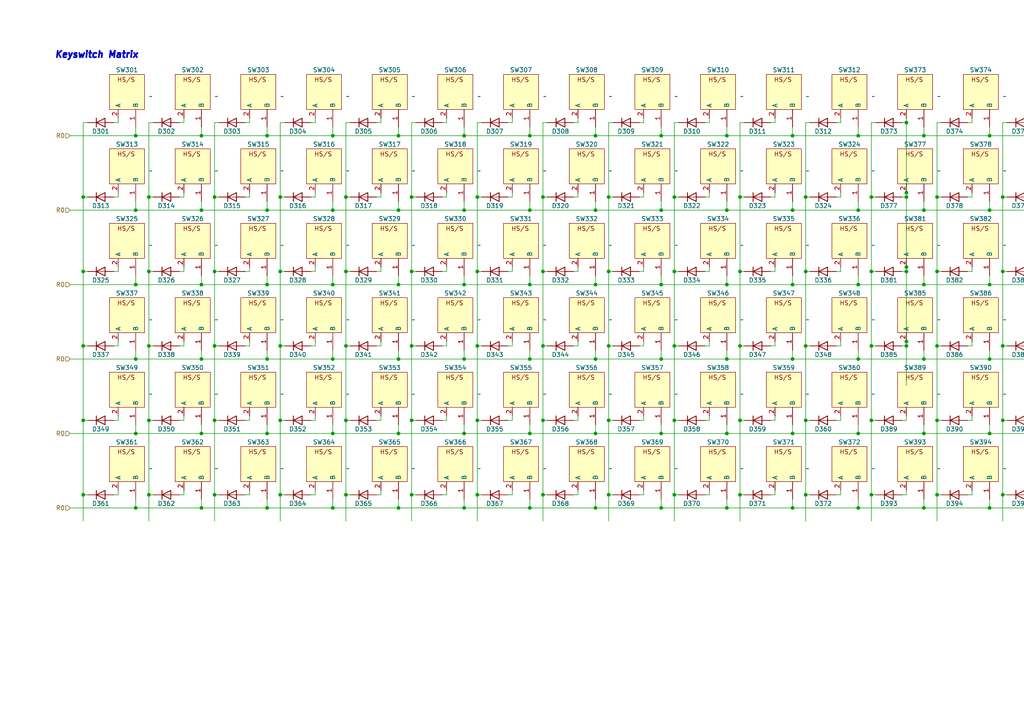
<source format=kicad_sch>
(kicad_sch (version 20231120) (generator "eeschema") (generator_version "8.0")
  (paper "A4")
  (title_block (title "x83") (date "2024-04-26") (rev "1") (company "Scott CJX"))
  (junction (at 100.33 78.74))
  (junction (at 119.38 57.15))
  (junction (at 252.73 143.51))
  (junction (at 271.78 143.51))
  (junction (at 153.67 60.96))
  (junction (at 210.82 104.14))
  (junction (at 306.07 82.55))
  (junction (at 306.07 39.37))
  (junction (at 96.52 39.37))
  (junction (at 191.77 82.55))
  (junction (at 252.73 121.92))
  (junction (at 58.42 125.73))
  (junction (at 39.37 60.96))
  (junction (at 267.97 147.32))
  (junction (at 287.02 125.73))
  (junction (at 267.97 104.14))
  (junction (at 267.97 82.55))
  (junction (at 233.68 100.33))
  (junction (at 290.83 100.33))
  (junction (at 262.89 77.47))
  (junction (at 248.92 39.37))
  (junction (at 229.87 125.73))
  (junction (at 62.23 100.33))
  (junction (at 252.73 100.33))
  (junction (at 119.38 100.33))
  (junction (at 214.63 100.33))
  (junction (at 153.67 82.55))
  (junction (at 191.77 60.96))
  (junction (at 62.23 57.15))
  (junction (at 157.48 57.15))
  (junction (at 81.28 143.51))
  (junction (at 229.87 39.37))
  (junction (at 115.57 125.73))
  (junction (at 157.48 143.51))
  (junction (at 309.88 143.51))
  (junction (at 309.88 121.92))
  (junction (at 210.82 39.37))
  (junction (at 262.89 55.88))
  (junction (at 100.33 121.92))
  (junction (at 153.67 104.14))
  (junction (at 134.62 125.73))
  (junction (at 100.33 143.51))
  (junction (at 176.53 100.33))
  (junction (at 39.37 147.32))
  (junction (at 43.18 100.33))
  (junction (at 115.57 60.96))
  (junction (at 287.02 82.55))
  (junction (at 210.82 125.73))
  (junction (at 252.73 78.74))
  (junction (at 58.42 39.37))
  (junction (at 134.62 39.37))
  (junction (at 248.92 60.96))
  (junction (at 267.97 125.73))
  (junction (at 271.78 100.33))
  (junction (at 195.58 57.15))
  (junction (at 157.48 78.74))
  (junction (at 248.92 82.55))
  (junction (at 290.83 121.92))
  (junction (at 172.72 39.37))
  (junction (at 138.43 100.33))
  (junction (at 195.58 121.92))
  (junction (at 96.52 147.32))
  (junction (at 157.48 100.33))
  (junction (at 58.42 147.32))
  (junction (at 287.02 147.32))
  (junction (at 134.62 147.32))
  (junction (at 214.63 78.74))
  (junction (at 77.47 147.32))
  (junction (at 287.02 104.14))
  (junction (at 233.68 57.15))
  (junction (at 210.82 82.55))
  (junction (at 306.07 125.73))
  (junction (at 24.13 57.15))
  (junction (at 233.68 143.51))
  (junction (at 191.77 39.37))
  (junction (at 262.89 78.74))
  (junction (at 229.87 147.32))
  (junction (at 176.53 121.92))
  (junction (at 287.02 60.96))
  (junction (at 262.89 35.56))
  (junction (at 81.28 100.33))
  (junction (at 176.53 57.15))
  (junction (at 306.07 60.96))
  (junction (at 138.43 78.74))
  (junction (at 262.89 100.33))
  (junction (at 172.72 82.55))
  (junction (at 271.78 57.15))
  (junction (at 191.77 125.73))
  (junction (at 100.33 57.15))
  (junction (at 58.42 104.14))
  (junction (at 248.92 125.73))
  (junction (at 262.89 57.15))
  (junction (at 153.67 147.32))
  (junction (at 24.13 78.74))
  (junction (at 96.52 125.73))
  (junction (at 119.38 143.51))
  (junction (at 195.58 143.51))
  (junction (at 172.72 125.73))
  (junction (at 138.43 57.15))
  (junction (at 252.73 57.15))
  (junction (at 24.13 121.92))
  (junction (at 309.88 78.74))
  (junction (at 306.07 104.14))
  (junction (at 96.52 82.55))
  (junction (at 24.13 100.33))
  (junction (at 153.67 125.73))
  (junction (at 309.88 100.33))
  (junction (at 157.48 121.92))
  (junction (at 39.37 82.55))
  (junction (at 77.47 39.37))
  (junction (at 62.23 78.74))
  (junction (at 134.62 82.55))
  (junction (at 39.37 104.14))
  (junction (at 119.38 121.92))
  (junction (at 233.68 121.92))
  (junction (at 248.92 104.14))
  (junction (at 172.72 147.32))
  (junction (at 62.23 121.92))
  (junction (at 43.18 57.15))
  (junction (at 81.28 121.92))
  (junction (at 77.47 125.73))
  (junction (at 153.67 39.37))
  (junction (at 39.37 125.73))
  (junction (at 43.18 143.51))
  (junction (at 81.28 78.74))
  (junction (at 58.42 60.96))
  (junction (at 267.97 39.37))
  (junction (at 134.62 60.96))
  (junction (at 77.47 82.55))
  (junction (at 191.77 104.14))
  (junction (at 210.82 60.96))
  (junction (at 248.92 147.32))
  (junction (at 100.33 100.33))
  (junction (at 138.43 121.92))
  (junction (at 43.18 121.92))
  (junction (at 43.18 78.74))
  (junction (at 191.77 147.32))
  (junction (at 214.63 57.15))
  (junction (at 290.83 57.15))
  (junction (at 271.78 121.92))
  (junction (at 306.07 147.32))
  (junction (at 172.72 104.14))
  (junction (at 233.68 78.74))
  (junction (at 290.83 78.74))
  (junction (at 195.58 100.33))
  (junction (at 62.23 143.51))
  (junction (at 229.87 60.96))
  (junction (at 81.28 57.15))
  (junction (at 195.58 78.74))
  (junction (at 309.88 57.15))
  (junction (at 96.52 60.96))
  (junction (at 115.57 147.32))
  (junction (at 210.82 147.32))
  (junction (at 214.63 143.51))
  (junction (at 271.78 78.74))
  (junction (at 287.02 39.37))
  (junction (at 290.83 143.51))
  (junction (at 229.87 104.14))
  (junction (at 214.63 121.92))
  (junction (at 138.43 143.51))
  (junction (at 24.13 143.51))
  (junction (at 77.47 104.14))
  (junction (at 134.62 104.14))
  (junction (at 176.53 78.74))
  (junction (at 115.57 39.37))
  (junction (at 262.89 99.06))
  (junction (at 172.72 60.96))
  (junction (at 115.57 82.55))
  (junction (at 119.38 78.74))
  (junction (at 267.97 60.96))
  (junction (at 77.47 60.96))
  (junction (at 96.52 104.14))
  (junction (at 115.57 104.14))
  (junction (at 176.53 143.51))
  (junction (at 229.87 82.55))
  (junction (at 58.42 82.55))
  (junction (at 39.37 39.37))
  (wire (pts (xy 77.47 101.6) (xy 77.47 104.14)))
  (wire (pts (xy 77.47 36.83) (xy 77.47 39.37)))
  (wire (pts (xy 292.1 100.33) (xy 290.83 100.33)))
  (wire (pts (xy 243.84 57.15) (xy 242.57 57.15)))
  (wire (pts (xy 110.49 57.15) (xy 109.22 57.15)))
  (wire (pts (xy 262.89 78.74) (xy 262.89 99.06)))
  (wire (pts (xy 267.97 147.32) (xy 287.02 147.32)))
  (wire (pts (xy 224.79 99.06) (xy 224.79 100.33)))
  (wire (pts (xy 77.47 58.42) (xy 77.47 60.96)))
  (wire (pts (xy 224.79 100.33) (xy 223.52 100.33)))
  (wire (pts (xy 210.82 39.37) (xy 229.87 39.37)))
  (wire (pts (xy 273.05 143.51) (xy 271.78 143.51)))
  (wire (pts (xy 234.95 143.51) (xy 233.68 143.51)))
  (wire (pts (xy 115.57 123.19) (xy 115.57 125.73)))
  (wire (pts (xy 148.59 120.65) (xy 148.59 121.92)))
  (wire (pts (xy 311.15 78.74) (xy 309.88 78.74)))
  (wire (pts (xy 139.7 57.15) (xy 138.43 57.15)))
  (wire (pts (xy 101.6 121.92) (xy 100.33 121.92)))
  (wire (pts (xy 53.34 78.74) (xy 52.07 78.74)))
  (wire (pts (xy 306.07 101.6) (xy 306.07 104.14)))
  (wire (pts (xy 115.57 39.37) (xy 134.62 39.37)))
  (wire (pts (xy 325.12 36.83) (xy 325.12 39.37)))
  (wire (pts (xy 300.99 121.92) (xy 299.72 121.92)))
  (wire (pts (xy 134.62 123.19) (xy 134.62 125.73)))
  (wire (pts (xy 43.18 35.56) (xy 43.18 57.15)))
  (wire (pts (xy 43.18 121.92) (xy 43.18 143.51)))
  (wire (pts (xy 254 121.92) (xy 252.73 121.92)))
  (wire (pts (xy 138.43 100.33) (xy 138.43 121.92)))
  (wire (pts (xy 191.77 147.32) (xy 210.82 147.32)))
  (wire (pts (xy 205.74 143.51) (xy 204.47 143.51)))
  (wire (pts (xy 243.84 77.47) (xy 243.84 78.74)))
  (wire (pts (xy 262.89 99.06) (xy 262.89 100.33)))
  (wire (pts (xy 224.79 142.24) (xy 224.79 143.51)))
  (wire (pts (xy 39.37 82.55) (xy 20.32 82.55)))
  (wire (pts (xy 63.5 78.74) (xy 62.23 78.74)))
  (wire (pts (xy 39.37 60.96) (xy 58.42 60.96)))
  (wire (pts (xy 39.37 125.73) (xy 20.32 125.73)))
  (wire (pts (xy 205.74 78.74) (xy 204.47 78.74)))
  (wire (pts (xy 191.77 104.14) (xy 172.72 104.14)))
  (wire (pts (xy 248.92 144.78) (xy 248.92 147.32)))
  (wire (pts (xy 281.94 55.88) (xy 281.94 57.15)))
  (wire (pts (xy 153.67 82.55) (xy 172.72 82.55)))
  (wire (pts (xy 243.84 142.24) (xy 243.84 143.51)))
  (wire (pts (xy 262.89 100.33) (xy 261.62 100.33)))
  (wire (pts (xy 196.85 78.74) (xy 195.58 78.74)))
  (wire (pts (xy 176.53 78.74) (xy 176.53 100.33)))
  (wire (pts (xy 267.97 80.01) (xy 267.97 82.55)))
  (wire (pts (xy 196.85 143.51) (xy 195.58 143.51)))
  (wire (pts (xy 176.53 143.51) (xy 176.53 151.13)))
  (wire (pts (xy 177.8 143.51) (xy 176.53 143.51)))
  (wire (pts (xy 34.29 99.06) (xy 34.29 100.33)))
  (wire (pts (xy 214.63 78.74) (xy 214.63 100.33)))
  (wire (pts (xy 53.34 143.51) (xy 52.07 143.51)))
  (wire (pts (xy 325.12 101.6) (xy 325.12 104.14)))
  (wire (pts (xy 287.02 101.6) (xy 287.02 104.14)))
  (wire (pts (xy 120.65 35.56) (xy 119.38 35.56)))
  (wire (pts (xy 186.69 78.74) (xy 185.42 78.74)))
  (wire (pts (xy 129.54 77.47) (xy 129.54 78.74)))
  (wire (pts (xy 110.49 142.24) (xy 110.49 143.51)))
  (wire (pts (xy 39.37 82.55) (xy 58.42 82.55)))
  (wire (pts (xy 311.15 57.15) (xy 309.88 57.15)))
  (wire (pts (xy 119.38 35.56) (xy 119.38 57.15)))
  (wire (pts (xy 129.54 34.29) (xy 129.54 35.56)))
  (wire (pts (xy 43.18 78.74) (xy 43.18 100.33)))
  (wire (pts (xy 139.7 121.92) (xy 138.43 121.92)))
  (wire (pts (xy 186.69 142.24) (xy 186.69 143.51)))
  (wire (pts (xy 77.47 123.19) (xy 77.47 125.73)))
  (wire (pts (xy 44.45 35.56) (xy 43.18 35.56)))
  (wire (pts (xy 157.48 100.33) (xy 157.48 121.92)))
  (wire (pts (xy 81.28 35.56) (xy 81.28 57.15)))
  (wire (pts (xy 100.33 78.74) (xy 100.33 100.33)))
  (wire (pts (xy 320.04 143.51) (xy 318.77 143.51)))
  (wire (pts (xy 287.02 39.37) (xy 306.07 39.37)))
  (wire (pts (xy 210.82 144.78) (xy 210.82 147.32)))
  (wire (pts (xy 100.33 35.56) (xy 100.33 57.15)))
  (wire (pts (xy 248.92 123.19) (xy 248.92 125.73)))
  (wire (pts (xy 148.59 142.24) (xy 148.59 143.51)))
  (wire (pts (xy 119.38 57.15) (xy 119.38 78.74)))
  (wire (pts (xy 34.29 77.47) (xy 34.29 78.74)))
  (wire (pts (xy 24.13 57.15) (xy 24.13 78.74)))
  (wire (pts (xy 196.85 121.92) (xy 195.58 121.92)))
  (wire (pts (xy 39.37 144.78) (xy 39.37 147.32)))
  (wire (pts (xy 287.02 82.55) (xy 306.07 82.55)))
  (wire (pts (xy 158.75 57.15) (xy 157.48 57.15)))
  (wire (pts (xy 58.42 144.78) (xy 58.42 147.32)))
  (wire (pts (xy 110.49 78.74) (xy 109.22 78.74)))
  (wire (pts (xy 205.74 35.56) (xy 204.47 35.56)))
  (wire (pts (xy 214.63 57.15) (xy 214.63 78.74)))
  (wire (pts (xy 134.62 101.6) (xy 134.62 104.14)))
  (wire (pts (xy 148.59 99.06) (xy 148.59 100.33)))
  (wire (pts (xy 267.97 123.19) (xy 267.97 125.73)))
  (wire (pts (xy 287.02 36.83) (xy 287.02 39.37)))
  (wire (pts (xy 287.02 144.78) (xy 287.02 147.32)))
  (wire (pts (xy 292.1 121.92) (xy 290.83 121.92)))
  (wire (pts (xy 224.79 120.65) (xy 224.79 121.92)))
  (wire (pts (xy 110.49 120.65) (xy 110.49 121.92)))
  (wire (pts (xy 148.59 143.51) (xy 147.32 143.51)))
  (wire (pts (xy 176.53 57.15) (xy 176.53 78.74)))
  (wire (pts (xy 267.97 147.32) (xy 248.92 147.32)))
  (wire (pts (xy 287.02 123.19) (xy 287.02 125.73)))
  (wire (pts (xy 205.74 55.88) (xy 205.74 57.15)))
  (wire (pts (xy 191.77 60.96) (xy 210.82 60.96)))
  (wire (pts (xy 58.42 58.42) (xy 58.42 60.96)))
  (wire (pts (xy 224.79 34.29) (xy 224.79 35.56)))
  (wire (pts (xy 91.44 77.47) (xy 91.44 78.74)))
  (wire (pts (xy 39.37 125.73) (xy 58.42 125.73)))
  (wire (pts (xy 262.89 57.15) (xy 262.89 77.47)))
  (wire (pts (xy 254 57.15) (xy 252.73 57.15)))
  (wire (pts (xy 186.69 100.33) (xy 185.42 100.33)))
  (wire (pts (xy 96.52 123.19) (xy 96.52 125.73)))
  (wire (pts (xy 58.42 104.14) (xy 77.47 104.14)))
  (wire (pts (xy 96.52 36.83) (xy 96.52 39.37)))
  (wire (pts (xy 72.39 55.88) (xy 72.39 57.15)))
  (wire (pts (xy 281.94 120.65) (xy 281.94 121.92)))
  (wire (pts (xy 34.29 142.24) (xy 34.29 143.51)))
  (wire (pts (xy 252.73 100.33) (xy 252.73 121.92)))
  (wire (pts (xy 44.45 57.15) (xy 43.18 57.15)))
  (wire (pts (xy 58.42 101.6) (xy 58.42 104.14)))
  (wire (pts (xy 273.05 100.33) (xy 271.78 100.33)))
  (wire (pts (xy 176.53 35.56) (xy 176.53 57.15)))
  (wire (pts (xy 191.77 125.73) (xy 172.72 125.73)))
  (wire (pts (xy 191.77 80.01) (xy 191.77 82.55)))
  (wire (pts (xy 254 35.56) (xy 252.73 35.56)))
  (wire (pts (xy 306.07 82.55) (xy 325.12 82.55)))
  (wire (pts (xy 172.72 36.83) (xy 172.72 39.37)))
  (wire (pts (xy 134.62 147.32) (xy 153.67 147.32)))
  (wire (pts (xy 229.87 82.55) (xy 248.92 82.55)))
  (wire (pts (xy 91.44 35.56) (xy 90.17 35.56)))
  (wire (pts (xy 267.97 39.37) (xy 248.92 39.37)))
  (wire (pts (xy 195.58 78.74) (xy 195.58 100.33)))
  (wire (pts (xy 191.77 58.42) (xy 191.77 60.96)))
  (wire (pts (xy 129.54 120.65) (xy 129.54 121.92)))
  (wire (pts (xy 320.04 142.24) (xy 320.04 143.51)))
  (wire (pts (xy 148.59 34.29) (xy 148.59 35.56)))
  (wire (pts (xy 306.07 123.19) (xy 306.07 125.73)))
  (wire (pts (xy 43.18 100.33) (xy 43.18 121.92)))
  (wire (pts (xy 115.57 36.83) (xy 115.57 39.37)))
  (wire (pts (xy 176.53 100.33) (xy 176.53 121.92)))
  (wire (pts (xy 58.42 36.83) (xy 58.42 39.37)))
  (wire (pts (xy 205.74 99.06) (xy 205.74 100.33)))
  (wire (pts (xy 153.67 36.83) (xy 153.67 39.37)))
  (wire (pts (xy 129.54 142.24) (xy 129.54 143.51)))
  (wire (pts (xy 77.47 82.55) (xy 96.52 82.55)))
  (wire (pts (xy 281.94 35.56) (xy 280.67 35.56)))
  (wire (pts (xy 252.73 35.56) (xy 252.73 57.15)))
  (wire (pts (xy 53.34 35.56) (xy 52.07 35.56)))
  (wire (pts (xy 139.7 100.33) (xy 138.43 100.33)))
  (wire (pts (xy 210.82 147.32) (xy 229.87 147.32)))
  (wire (pts (xy 157.48 78.74) (xy 157.48 100.33)))
  (wire (pts (xy 214.63 121.92) (xy 214.63 143.51)))
  (wire (pts (xy 311.15 121.92) (xy 309.88 121.92)))
  (wire (pts (xy 292.1 78.74) (xy 290.83 78.74)))
  (wire (pts (xy 82.55 78.74) (xy 81.28 78.74)))
  (wire (pts (xy 72.39 100.33) (xy 71.12 100.33)))
  (wire (pts (xy 205.74 100.33) (xy 204.47 100.33)))
  (wire (pts (xy 306.07 39.37) (xy 325.12 39.37)))
  (wire (pts (xy 325.12 58.42) (xy 325.12 60.96)))
  (wire (pts (xy 172.72 101.6) (xy 172.72 104.14)))
  (wire (pts (xy 120.65 100.33) (xy 119.38 100.33)))
  (wire (pts (xy 24.13 78.74) (xy 24.13 100.33)))
  (wire (pts (xy 119.38 121.92) (xy 119.38 143.51)))
  (wire (pts (xy 96.52 58.42) (xy 96.52 60.96)))
  (wire (pts (xy 196.85 57.15) (xy 195.58 57.15)))
  (wire (pts (xy 273.05 57.15) (xy 271.78 57.15)))
  (wire (pts (xy 72.39 78.74) (xy 71.12 78.74)))
  (wire (pts (xy 53.34 77.47) (xy 53.34 78.74)))
  (wire (pts (xy 63.5 35.56) (xy 62.23 35.56)))
  (wire (pts (xy 233.68 100.33) (xy 233.68 121.92)))
  (wire (pts (xy 167.64 121.92) (xy 166.37 121.92)))
  (wire (pts (xy 72.39 34.29) (xy 72.39 35.56)))
  (wire (pts (xy 110.49 55.88) (xy 110.49 57.15)))
  (wire (pts (xy 320.04 100.33) (xy 318.77 100.33)))
  (wire (pts (xy 325.12 123.19) (xy 325.12 125.73)))
  (wire (pts (xy 110.49 35.56) (xy 109.22 35.56)))
  (wire (pts (xy 243.84 120.65) (xy 243.84 121.92)))
  (wire (pts (xy 153.67 125.73) (xy 172.72 125.73)))
  (wire (pts (xy 100.33 100.33) (xy 100.33 121.92)))
  (wire (pts (xy 58.42 147.32) (xy 77.47 147.32)))
  (wire (pts (xy 271.78 78.74) (xy 271.78 100.33)))
  (wire (pts (xy 81.28 57.15) (xy 81.28 78.74)))
  (wire (pts (xy 229.87 39.37) (xy 248.92 39.37)))
  (wire (pts (xy 306.07 80.01) (xy 306.07 82.55)))
  (wire (pts (xy 262.89 120.65) (xy 262.89 121.92)))
  (wire (pts (xy 110.49 77.47) (xy 110.49 78.74)))
  (wire (pts (xy 271.78 100.33) (xy 271.78 121.92)))
  (wire (pts (xy 300.99 120.65) (xy 300.99 121.92)))
  (wire (pts (xy 186.69 143.51) (xy 185.42 143.51)))
  (wire (pts (xy 262.89 35.56) (xy 262.89 55.88)))
  (wire (pts (xy 157.48 35.56) (xy 157.48 57.15)))
  (wire (pts (xy 177.8 100.33) (xy 176.53 100.33)))
  (wire (pts (xy 129.54 78.74) (xy 128.27 78.74)))
  (wire (pts (xy 58.42 82.55) (xy 77.47 82.55)))
  (wire (pts (xy 205.74 77.47) (xy 205.74 78.74)))
  (wire (pts (xy 62.23 121.92) (xy 62.23 143.51)))
  (wire (pts (xy 157.48 143.51) (xy 157.48 151.13)))
  (wire (pts (xy 262.89 77.47) (xy 262.89 78.74)))
  (wire (pts (xy 25.4 57.15) (xy 24.13 57.15)))
  (wire (pts (xy 243.84 143.51) (xy 242.57 143.51)))
  (wire (pts (xy 177.8 121.92) (xy 176.53 121.92)))
  (wire (pts (xy 224.79 35.56) (xy 223.52 35.56)))
  (wire (pts (xy 34.29 143.51) (xy 33.02 143.51)))
  (wire (pts (xy 172.72 58.42) (xy 172.72 60.96)))
  (wire (pts (xy 77.47 125.73) (xy 96.52 125.73)))
  (wire (pts (xy 91.44 34.29) (xy 91.44 35.56)))
  (wire (pts (xy 252.73 78.74) (xy 252.73 100.33)))
  (wire (pts (xy 62.23 78.74) (xy 62.23 100.33)))
  (wire (pts (xy 210.82 60.96) (xy 229.87 60.96)))
  (wire (pts (xy 229.87 125.73) (xy 248.92 125.73)))
  (wire (pts (xy 129.54 143.51) (xy 128.27 143.51)))
  (wire (pts (xy 39.37 80.01) (xy 39.37 82.55)))
  (wire (pts (xy 63.5 100.33) (xy 62.23 100.33)))
  (wire (pts (xy 267.97 125.73) (xy 248.92 125.73)))
  (wire (pts (xy 58.42 80.01) (xy 58.42 82.55)))
  (wire (pts (xy 167.64 100.33) (xy 166.37 100.33)))
  (wire (pts (xy 91.44 57.15) (xy 90.17 57.15)))
  (wire (pts (xy 210.82 125.73) (xy 229.87 125.73)))
  (wire (pts (xy 153.67 147.32) (xy 172.72 147.32)))
  (wire (pts (xy 101.6 78.74) (xy 100.33 78.74)))
  (wire (pts (xy 287.02 58.42) (xy 287.02 60.96)))
  (wire (pts (xy 309.88 57.15) (xy 309.88 78.74)))
  (wire (pts (xy 290.83 121.92) (xy 290.83 143.51)))
  (wire (pts (xy 290.83 100.33) (xy 290.83 121.92)))
  (wire (pts (xy 186.69 57.15) (xy 185.42 57.15)))
  (wire (pts (xy 300.99 142.24) (xy 300.99 143.51)))
  (wire (pts (xy 254 143.51) (xy 252.73 143.51)))
  (wire (pts (xy 120.65 57.15) (xy 119.38 57.15)))
  (wire (pts (xy 158.75 121.92) (xy 157.48 121.92)))
  (wire (pts (xy 43.18 57.15) (xy 43.18 78.74)))
  (wire (pts (xy 248.92 36.83) (xy 248.92 39.37)))
  (wire (pts (xy 281.94 100.33) (xy 280.67 100.33)))
  (wire (pts (xy 215.9 100.33) (xy 214.63 100.33)))
  (wire (pts (xy 34.29 120.65) (xy 34.29 121.92)))
  (wire (pts (xy 205.74 57.15) (xy 204.47 57.15)))
  (wire (pts (xy 215.9 78.74) (xy 214.63 78.74)))
  (wire (pts (xy 39.37 36.83) (xy 39.37 39.37)))
  (wire (pts (xy 100.33 121.92) (xy 100.33 143.51)))
  (wire (pts (xy 233.68 143.51) (xy 233.68 151.13)))
  (wire (pts (xy 195.58 143.51) (xy 195.58 151.13)))
  (wire (pts (xy 138.43 143.51) (xy 138.43 151.13)))
  (wire (pts (xy 96.52 144.78) (xy 96.52 147.32)))
  (wire (pts (xy 138.43 35.56) (xy 138.43 57.15)))
  (wire (pts (xy 115.57 125.73) (xy 96.52 125.73)))
  (wire (pts (xy 195.58 57.15) (xy 195.58 78.74)))
  (wire (pts (xy 58.42 60.96) (xy 77.47 60.96)))
  (wire (pts (xy 148.59 121.92) (xy 147.32 121.92)))
  (wire (pts (xy 115.57 80.01) (xy 115.57 82.55)))
  (wire (pts (xy 120.65 121.92) (xy 119.38 121.92)))
  (wire (pts (xy 311.15 35.56) (xy 309.88 35.56)))
  (wire (pts (xy 115.57 104.14) (xy 134.62 104.14)))
  (wire (pts (xy 224.79 57.15) (xy 223.52 57.15)))
  (wire (pts (xy 234.95 57.15) (xy 233.68 57.15)))
  (wire (pts (xy 72.39 35.56) (xy 71.12 35.56)))
  (wire (pts (xy 82.55 35.56) (xy 81.28 35.56)))
  (wire (pts (xy 110.49 100.33) (xy 109.22 100.33)))
  (wire (pts (xy 224.79 55.88) (xy 224.79 57.15)))
  (wire (pts (xy 58.42 125.73) (xy 77.47 125.73)))
  (wire (pts (xy 229.87 101.6) (xy 229.87 104.14)))
  (wire (pts (xy 309.88 143.51) (xy 309.88 151.13)))
  (wire (pts (xy 195.58 35.56) (xy 195.58 57.15)))
  (wire (pts (xy 215.9 35.56) (xy 214.63 35.56)))
  (wire (pts (xy 25.4 35.56) (xy 24.13 35.56)))
  (wire (pts (xy 96.52 80.01) (xy 96.52 82.55)))
  (wire (pts (xy 167.64 120.65) (xy 167.64 121.92)))
  (wire (pts (xy 134.62 104.14) (xy 153.67 104.14)))
  (wire (pts (xy 129.54 121.92) (xy 128.27 121.92)))
  (wire (pts (xy 25.4 78.74) (xy 24.13 78.74)))
  (wire (pts (xy 167.64 99.06) (xy 167.64 100.33)))
  (wire (pts (xy 309.88 100.33) (xy 309.88 121.92)))
  (wire (pts (xy 254 100.33) (xy 252.73 100.33)))
  (wire (pts (xy 300.99 55.88) (xy 300.99 57.15)))
  (wire (pts (xy 273.05 121.92) (xy 271.78 121.92)))
  (wire (pts (xy 62.23 100.33) (xy 62.23 121.92)))
  (wire (pts (xy 81.28 143.51) (xy 81.28 151.13)))
  (wire (pts (xy 115.57 60.96) (xy 96.52 60.96)))
  (wire (pts (xy 186.69 34.29) (xy 186.69 35.56)))
  (wire (pts (xy 210.82 36.83) (xy 210.82 39.37)))
  (wire (pts (xy 243.84 35.56) (xy 242.57 35.56)))
  (wire (pts (xy 320.04 120.65) (xy 320.04 121.92)))
  (wire (pts (xy 153.67 80.01) (xy 153.67 82.55)))
  (wire (pts (xy 252.73 57.15) (xy 252.73 78.74)))
  (wire (pts (xy 148.59 77.47) (xy 148.59 78.74)))
  (wire (pts (xy 44.45 121.92) (xy 43.18 121.92)))
  (wire (pts (xy 229.87 123.19) (xy 229.87 125.73)))
  (wire (pts (xy 287.02 60.96) (xy 306.07 60.96)))
  (wire (pts (xy 267.97 82.55) (xy 287.02 82.55)))
  (wire (pts (xy 262.89 34.29) (xy 262.89 35.56)))
  (wire (pts (xy 25.4 121.92) (xy 24.13 121.92)))
  (wire (pts (xy 290.83 35.56) (xy 290.83 57.15)))
  (wire (pts (xy 271.78 35.56) (xy 271.78 57.15)))
  (wire (pts (xy 158.75 100.33) (xy 157.48 100.33)))
  (wire (pts (xy 196.85 35.56) (xy 195.58 35.56)))
  (wire (pts (xy 53.34 120.65) (xy 53.34 121.92)))
  (wire (pts (xy 233.68 78.74) (xy 233.68 100.33)))
  (wire (pts (xy 153.67 58.42) (xy 153.67 60.96)))
  (wire (pts (xy 229.87 104.14) (xy 248.92 104.14)))
  (wire (pts (xy 115.57 82.55) (xy 134.62 82.55)))
  (wire (pts (xy 224.79 143.51) (xy 223.52 143.51)))
  (wire (pts (xy 191.77 39.37) (xy 172.72 39.37)))
  (wire (pts (xy 229.87 58.42) (xy 229.87 60.96)))
  (wire (pts (xy 215.9 57.15) (xy 214.63 57.15)))
  (wire (pts (xy 186.69 35.56) (xy 185.42 35.56)))
  (wire (pts (xy 158.75 35.56) (xy 157.48 35.56)))
  (wire (pts (xy 77.47 39.37) (xy 96.52 39.37)))
  (wire (pts (xy 148.59 100.33) (xy 147.32 100.33)))
  (wire (pts (xy 72.39 142.24) (xy 72.39 143.51)))
  (wire (pts (xy 110.49 99.06) (xy 110.49 100.33)))
  (wire (pts (xy 72.39 120.65) (xy 72.39 121.92)))
  (wire (pts (xy 281.94 121.92) (xy 280.67 121.92)))
  (wire (pts (xy 34.29 34.29) (xy 34.29 35.56)))
  (wire (pts (xy 134.62 39.37) (xy 153.67 39.37)))
  (wire (pts (xy 129.54 55.88) (xy 129.54 57.15)))
  (wire (pts (xy 77.47 147.32) (xy 96.52 147.32)))
  (wire (pts (xy 43.18 143.51) (xy 43.18 151.13)))
  (wire (pts (xy 243.84 100.33) (xy 242.57 100.33)))
  (wire (pts (xy 34.29 35.56) (xy 33.02 35.56)))
  (wire (pts (xy 287.02 104.14) (xy 306.07 104.14)))
  (wire (pts (xy 300.99 100.33) (xy 299.72 100.33)))
  (wire (pts (xy 243.84 55.88) (xy 243.84 57.15)))
  (wire (pts (xy 120.65 143.51) (xy 119.38 143.51)))
  (wire (pts (xy 167.64 34.29) (xy 167.64 35.56)))
  (wire (pts (xy 252.73 143.51) (xy 252.73 151.13)))
  (wire (pts (xy 72.39 99.06) (xy 72.39 100.33)))
  (wire (pts (xy 101.6 143.51) (xy 100.33 143.51)))
  (wire (pts (xy 167.64 143.51) (xy 166.37 143.51)))
  (wire (pts (xy 214.63 143.51) (xy 214.63 151.13)))
  (wire (pts (xy 320.04 121.92) (xy 318.77 121.92)))
  (wire (pts (xy 267.97 36.83) (xy 267.97 39.37)))
  (wire (pts (xy 306.07 147.32) (xy 325.12 147.32)))
  (wire (pts (xy 191.77 125.73) (xy 210.82 125.73)))
  (wire (pts (xy 205.74 121.92) (xy 204.47 121.92)))
  (wire (pts (xy 281.94 34.29) (xy 281.94 35.56)))
  (wire (pts (xy 309.88 121.92) (xy 309.88 143.51)))
  (wire (pts (xy 267.97 39.37) (xy 287.02 39.37)))
  (wire (pts (xy 177.8 57.15) (xy 176.53 57.15)))
  (wire (pts (xy 243.84 99.06) (xy 243.84 100.33)))
  (wire (pts (xy 320.04 99.06) (xy 320.04 100.33)))
  (wire (pts (xy 34.29 55.88) (xy 34.29 57.15)))
  (wire (pts (xy 205.74 142.24) (xy 205.74 143.51)))
  (wire (pts (xy 24.13 121.92) (xy 24.13 143.51)))
  (wire (pts (xy 138.43 121.92) (xy 138.43 143.51)))
  (wire (pts (xy 309.88 35.56) (xy 309.88 57.15)))
  (wire (pts (xy 292.1 57.15) (xy 290.83 57.15)))
  (wire (pts (xy 306.07 125.73) (xy 325.12 125.73)))
  (wire (pts (xy 191.77 82.55) (xy 210.82 82.55)))
  (wire (pts (xy 91.44 120.65) (xy 91.44 121.92)))
  (wire (pts (xy 205.74 120.65) (xy 205.74 121.92)))
  (wire (pts (xy 148.59 35.56) (xy 147.32 35.56)))
  (wire (pts (xy 229.87 144.78) (xy 229.87 147.32)))
  (wire (pts (xy 25.4 100.33) (xy 24.13 100.33)))
  (wire (pts (xy 39.37 58.42) (xy 39.37 60.96)))
  (wire (pts (xy 115.57 125.73) (xy 134.62 125.73)))
  (wire (pts (xy 267.97 58.42) (xy 267.97 60.96)))
  (wire (pts (xy 34.29 100.33) (xy 33.02 100.33)))
  (wire (pts (xy 248.92 80.01) (xy 248.92 82.55)))
  (wire (pts (xy 300.99 35.56) (xy 299.72 35.56)))
  (wire (pts (xy 119.38 100.33) (xy 119.38 121.92)))
  (wire (pts (xy 273.05 35.56) (xy 271.78 35.56)))
  (wire (pts (xy 300.99 78.74) (xy 299.72 78.74)))
  (wire (pts (xy 82.55 143.51) (xy 81.28 143.51)))
  (wire (pts (xy 53.34 100.33) (xy 52.07 100.33)))
  (wire (pts (xy 72.39 77.47) (xy 72.39 78.74)))
  (wire (pts (xy 53.34 55.88) (xy 53.34 57.15)))
  (wire (pts (xy 224.79 77.47) (xy 224.79 78.74)))
  (wire (pts (xy 186.69 99.06) (xy 186.69 100.33)))
  (wire (pts (xy 191.77 123.19) (xy 191.77 125.73)))
  (wire (pts (xy 91.44 142.24) (xy 91.44 143.51)))
  (wire (pts (xy 191.77 82.55) (xy 172.72 82.55)))
  (wire (pts (xy 229.87 80.01) (xy 229.87 82.55)))
  (wire (pts (xy 229.87 36.83) (xy 229.87 39.37)))
  (wire (pts (xy 134.62 80.01) (xy 134.62 82.55)))
  (wire (pts (xy 210.82 58.42) (xy 210.82 60.96)))
  (wire (pts (xy 267.97 104.14) (xy 287.02 104.14)))
  (wire (pts (xy 63.5 57.15) (xy 62.23 57.15)))
  (wire (pts (xy 53.34 121.92) (xy 52.07 121.92)))
  (wire (pts (xy 224.79 121.92) (xy 223.52 121.92)))
  (wire (pts (xy 39.37 60.96) (xy 20.32 60.96)))
  (wire (pts (xy 81.28 78.74) (xy 81.28 100.33)))
  (wire (pts (xy 24.13 35.56) (xy 24.13 57.15)))
  (wire (pts (xy 306.07 58.42) (xy 306.07 60.96)))
  (wire (pts (xy 311.15 100.33) (xy 309.88 100.33)))
  (wire (pts (xy 271.78 57.15) (xy 271.78 78.74)))
  (wire (pts (xy 267.97 60.96) (xy 287.02 60.96)))
  (wire (pts (xy 224.79 78.74) (xy 223.52 78.74)))
  (wire (pts (xy 262.89 78.74) (xy 261.62 78.74)))
  (wire (pts (xy 306.07 104.14) (xy 325.12 104.14)))
  (wire (pts (xy 320.04 34.29) (xy 320.04 35.56)))
  (wire (pts (xy 210.82 123.19) (xy 210.82 125.73)))
  (wire (pts (xy 91.44 100.33) (xy 90.17 100.33)))
  (wire (pts (xy 153.67 60.96) (xy 172.72 60.96)))
  (wire (pts (xy 210.82 80.01) (xy 210.82 82.55)))
  (wire (pts (xy 306.07 36.83) (xy 306.07 39.37)))
  (wire (pts (xy 252.73 121.92) (xy 252.73 143.51)))
  (wire (pts (xy 309.88 78.74) (xy 309.88 100.33)))
  (wire (pts (xy 271.78 121.92) (xy 271.78 143.51)))
  (wire (pts (xy 191.77 144.78) (xy 191.77 147.32)))
  (wire (pts (xy 148.59 78.74) (xy 147.32 78.74)))
  (wire (pts (xy 281.94 57.15) (xy 280.67 57.15)))
  (wire (pts (xy 195.58 100.33) (xy 195.58 121.92)))
  (wire (pts (xy 39.37 39.37) (xy 20.32 39.37)))
  (wire (pts (xy 234.95 78.74) (xy 233.68 78.74)))
  (wire (pts (xy 100.33 143.51) (xy 100.33 151.13)))
  (wire (pts (xy 215.9 121.92) (xy 214.63 121.92)))
  (wire (pts (xy 82.55 57.15) (xy 81.28 57.15)))
  (wire (pts (xy 153.67 39.37) (xy 172.72 39.37)))
  (wire (pts (xy 44.45 100.33) (xy 43.18 100.33)))
  (wire (pts (xy 210.82 82.55) (xy 229.87 82.55)))
  (wire (pts (xy 24.13 143.51) (xy 24.13 151.13)))
  (wire (pts (xy 281.94 99.06) (xy 281.94 100.33)))
  (wire (pts (xy 72.39 143.51) (xy 71.12 143.51)))
  (wire (pts (xy 167.64 78.74) (xy 166.37 78.74)))
  (wire (pts (xy 119.38 143.51) (xy 119.38 151.13)))
  (wire (pts (xy 233.68 57.15) (xy 233.68 78.74)))
  (wire (pts (xy 115.57 58.42) (xy 115.57 60.96)))
  (wire (pts (xy 177.8 78.74) (xy 176.53 78.74)))
  (wire (pts (xy 100.33 57.15) (xy 100.33 78.74)))
  (wire (pts (xy 292.1 143.51) (xy 290.83 143.51)))
  (wire (pts (xy 115.57 147.32) (xy 96.52 147.32)))
  (wire (pts (xy 39.37 147.32) (xy 58.42 147.32)))
  (wire (pts (xy 267.97 101.6) (xy 267.97 104.14)))
  (wire (pts (xy 233.68 35.56) (xy 233.68 57.15)))
  (wire (pts (xy 262.89 143.51) (xy 261.62 143.51)))
  (wire (pts (xy 139.7 35.56) (xy 138.43 35.56)))
  (wire (pts (xy 158.75 143.51) (xy 157.48 143.51)))
  (wire (pts (xy 39.37 101.6) (xy 39.37 104.14)))
  (wire (pts (xy 210.82 101.6) (xy 210.82 104.14)))
  (wire (pts (xy 243.84 34.29) (xy 243.84 35.56)))
  (wire (pts (xy 186.69 121.92) (xy 185.42 121.92)))
  (wire (pts (xy 191.77 104.14) (xy 210.82 104.14)))
  (wire (pts (xy 153.67 101.6) (xy 153.67 104.14)))
  (wire (pts (xy 138.43 78.74) (xy 138.43 100.33)))
  (wire (pts (xy 39.37 123.19) (xy 39.37 125.73)))
  (wire (pts (xy 267.97 60.96) (xy 248.92 60.96)))
  (wire (pts (xy 134.62 82.55) (xy 153.67 82.55)))
  (wire (pts (xy 262.89 100.33) (xy 262.89 111.76)))
  (wire (pts (xy 273.05 78.74) (xy 271.78 78.74)))
  (wire (pts (xy 153.67 123.19) (xy 153.67 125.73)))
  (wire (pts (xy 91.44 78.74) (xy 90.17 78.74)))
  (wire (pts (xy 300.99 57.15) (xy 299.72 57.15)))
  (wire (pts (xy 167.64 57.15) (xy 166.37 57.15)))
  (wire (pts (xy 96.52 101.6) (xy 96.52 104.14)))
  (wire (pts (xy 196.85 100.33) (xy 195.58 100.33)))
  (wire (pts (xy 39.37 104.14) (xy 58.42 104.14)))
  (wire (pts (xy 115.57 60.96) (xy 134.62 60.96)))
  (wire (pts (xy 191.77 147.32) (xy 172.72 147.32)))
  (wire (pts (xy 290.83 143.51) (xy 290.83 151.13)))
  (wire (pts (xy 215.9 143.51) (xy 214.63 143.51)))
  (wire (pts (xy 110.49 34.29) (xy 110.49 35.56)))
  (wire (pts (xy 129.54 57.15) (xy 128.27 57.15)))
  (wire (pts (xy 281.94 78.74) (xy 280.67 78.74)))
  (wire (pts (xy 72.39 121.92) (xy 71.12 121.92)))
  (wire (pts (xy 234.95 100.33) (xy 233.68 100.33)))
  (wire (pts (xy 81.28 100.33) (xy 81.28 121.92)))
  (wire (pts (xy 134.62 60.96) (xy 153.67 60.96)))
  (wire (pts (xy 167.64 77.47) (xy 167.64 78.74)))
  (wire (pts (xy 306.07 144.78) (xy 306.07 147.32)))
  (wire (pts (xy 148.59 57.15) (xy 147.32 57.15)))
  (wire (pts (xy 281.94 77.47) (xy 281.94 78.74)))
  (wire (pts (xy 267.97 125.73) (xy 287.02 125.73)))
  (wire (pts (xy 281.94 142.24) (xy 281.94 143.51)))
  (wire (pts (xy 320.04 35.56) (xy 318.77 35.56)))
  (wire (pts (xy 167.64 55.88) (xy 167.64 57.15)))
  (wire (pts (xy 229.87 147.32) (xy 248.92 147.32)))
  (wire (pts (xy 248.92 101.6) (xy 248.92 104.14)))
  (wire (pts (xy 186.69 77.47) (xy 186.69 78.74)))
  (wire (pts (xy 287.02 125.73) (xy 306.07 125.73)))
  (wire (pts (xy 214.63 100.33) (xy 214.63 121.92)))
  (wire (pts (xy 77.47 104.14) (xy 96.52 104.14)))
  (wire (pts (xy 267.97 82.55) (xy 248.92 82.55)))
  (wire (pts (xy 91.44 143.51) (xy 90.17 143.51)))
  (wire (pts (xy 53.34 99.06) (xy 53.34 100.33)))
  (wire (pts (xy 210.82 104.14) (xy 229.87 104.14)))
  (wire (pts (xy 158.75 78.74) (xy 157.48 78.74)))
  (wire (pts (xy 320.04 55.88) (xy 320.04 57.15)))
  (wire (pts (xy 325.12 144.78) (xy 325.12 147.32)))
  (wire (pts (xy 243.84 78.74) (xy 242.57 78.74)))
  (wire (pts (xy 205.74 34.29) (xy 205.74 35.56)))
  (wire (pts (xy 292.1 35.56) (xy 290.83 35.56)))
  (wire (pts (xy 129.54 100.33) (xy 128.27 100.33)))
  (wire (pts (xy 139.7 78.74) (xy 138.43 78.74)))
  (wire (pts (xy 77.47 80.01) (xy 77.47 82.55)))
  (wire (pts (xy 172.72 123.19) (xy 172.72 125.73)))
  (wire (pts (xy 72.39 57.15) (xy 71.12 57.15)))
  (wire (pts (xy 287.02 80.01) (xy 287.02 82.55)))
  (wire (pts (xy 262.89 35.56) (xy 261.62 35.56)))
  (wire (pts (xy 234.95 121.92) (xy 233.68 121.92)))
  (wire (pts (xy 34.29 121.92) (xy 33.02 121.92)))
  (wire (pts (xy 101.6 35.56) (xy 100.33 35.56)))
  (wire (pts (xy 115.57 82.55) (xy 96.52 82.55)))
  (wire (pts (xy 306.07 60.96) (xy 325.12 60.96)))
  (wire (pts (xy 44.45 143.51) (xy 43.18 143.51)))
  (wire (pts (xy 325.12 80.01) (xy 325.12 82.55)))
  (wire (pts (xy 320.04 77.47) (xy 320.04 78.74)))
  (wire (pts (xy 101.6 100.33) (xy 100.33 100.33)))
  (wire (pts (xy 254 78.74) (xy 252.73 78.74)))
  (wire (pts (xy 58.42 39.37) (xy 77.47 39.37)))
  (wire (pts (xy 110.49 121.92) (xy 109.22 121.92)))
  (wire (pts (xy 300.99 143.51) (xy 299.72 143.51)))
  (wire (pts (xy 91.44 99.06) (xy 91.44 100.33)))
  (wire (pts (xy 233.68 121.92) (xy 233.68 143.51)))
  (wire (pts (xy 172.72 80.01) (xy 172.72 82.55)))
  (wire (pts (xy 191.77 101.6) (xy 191.77 104.14)))
  (wire (pts (xy 134.62 144.78) (xy 134.62 147.32)))
  (wire (pts (xy 101.6 57.15) (xy 100.33 57.15)))
  (wire (pts (xy 82.55 121.92) (xy 81.28 121.92)))
  (wire (pts (xy 119.38 78.74) (xy 119.38 100.33)))
  (wire (pts (xy 271.78 143.51) (xy 271.78 151.13)))
  (wire (pts (xy 138.43 57.15) (xy 138.43 78.74)))
  (wire (pts (xy 91.44 55.88) (xy 91.44 57.15)))
  (wire (pts (xy 82.55 100.33) (xy 81.28 100.33)))
  (wire (pts (xy 234.95 35.56) (xy 233.68 35.56)))
  (wire (pts (xy 58.42 123.19) (xy 58.42 125.73)))
  (wire (pts (xy 176.53 121.92) (xy 176.53 143.51)))
  (wire (pts (xy 115.57 144.78) (xy 115.57 147.32)))
  (wire (pts (xy 300.99 77.47) (xy 300.99 78.74)))
  (wire (pts (xy 63.5 121.92) (xy 62.23 121.92)))
  (wire (pts (xy 53.34 34.29) (xy 53.34 35.56)))
  (wire (pts (xy 39.37 147.32) (xy 20.32 147.32)))
  (wire (pts (xy 44.45 78.74) (xy 43.18 78.74)))
  (wire (pts (xy 186.69 120.65) (xy 186.69 121.92)))
  (wire (pts (xy 77.47 144.78) (xy 77.47 147.32)))
  (wire (pts (xy 62.23 57.15) (xy 62.23 78.74)))
  (wire (pts (xy 320.04 78.74) (xy 318.77 78.74)))
  (wire (pts (xy 186.69 55.88) (xy 186.69 57.15)))
  (wire (pts (xy 110.49 143.51) (xy 109.22 143.51)))
  (wire (pts (xy 281.94 143.51) (xy 280.67 143.51)))
  (wire (pts (xy 290.83 57.15) (xy 290.83 78.74)))
  (wire (pts (xy 120.65 78.74) (xy 119.38 78.74)))
  (wire (pts (xy 300.99 99.06) (xy 300.99 100.33)))
  (wire (pts (xy 153.67 144.78) (xy 153.67 147.32)))
  (wire (pts (xy 167.64 142.24) (xy 167.64 143.51)))
  (wire (pts (xy 77.47 60.96) (xy 96.52 60.96)))
  (wire (pts (xy 262.89 55.88) (xy 262.89 57.15)))
  (wire (pts (xy 262.89 121.92) (xy 261.62 121.92)))
  (wire (pts (xy 24.13 100.33) (xy 24.13 121.92)))
  (wire (pts (xy 139.7 143.51) (xy 138.43 143.51)))
  (wire (pts (xy 115.57 147.32) (xy 134.62 147.32)))
  (wire (pts (xy 195.58 121.92) (xy 195.58 143.51)))
  (wire (pts (xy 63.5 143.51) (xy 62.23 143.51)))
  (wire (pts (xy 134.62 125.73) (xy 153.67 125.73)))
  (wire (pts (xy 148.59 55.88) (xy 148.59 57.15)))
  (wire (pts (xy 167.64 35.56) (xy 166.37 35.56)))
  (wire (pts (xy 129.54 99.06) (xy 129.54 100.33)))
  (wire (pts (xy 62.23 35.56) (xy 62.23 57.15)))
  (wire (pts (xy 243.84 121.92) (xy 242.57 121.92)))
  (wire (pts (xy 191.77 60.96) (xy 172.72 60.96)))
  (wire (pts (xy 172.72 144.78) (xy 172.72 147.32)))
  (wire (pts (xy 287.02 147.32) (xy 306.07 147.32)))
  (wire (pts (xy 267.97 104.14) (xy 248.92 104.14)))
  (wire (pts (xy 300.99 34.29) (xy 300.99 35.56)))
  (wire (pts (xy 262.89 142.24) (xy 262.89 143.51)))
  (wire (pts (xy 214.63 35.56) (xy 214.63 57.15)))
  (wire (pts (xy 177.8 35.56) (xy 176.53 35.56)))
  (wire (pts (xy 320.04 57.15) (xy 318.77 57.15)))
  (wire (pts (xy 62.23 143.51) (xy 62.23 151.13)))
  (wire (pts (xy 157.48 57.15) (xy 157.48 78.74)))
  (wire (pts (xy 134.62 58.42) (xy 134.62 60.96)))
  (wire (pts (xy 191.77 39.37) (xy 210.82 39.37)))
  (wire (pts (xy 39.37 39.37) (xy 58.42 39.37)))
  (wire (pts (xy 115.57 104.14) (xy 96.52 104.14)))
  (wire (pts (xy 134.62 36.83) (xy 134.62 39.37)))
  (wire (pts (xy 229.87 60.96) (xy 248.92 60.96)))
  (wire (pts (xy 153.67 104.14) (xy 172.72 104.14)))
  (wire (pts (xy 115.57 101.6) (xy 115.57 104.14)))
  (wire (pts (xy 262.89 57.15) (xy 261.62 57.15)))
  (wire (pts (xy 53.34 57.15) (xy 52.07 57.15)))
  (wire (pts (xy 248.92 58.42) (xy 248.92 60.96)))
  (wire (pts (xy 53.34 142.24) (xy 53.34 143.51)))
  (wire (pts (xy 191.77 36.83) (xy 191.77 39.37)))
  (wire (pts (xy 25.4 143.51) (xy 24.13 143.51)))
  (wire (pts (xy 157.48 121.92) (xy 157.48 143.51)))
  (wire (pts (xy 34.29 57.15) (xy 33.02 57.15)))
  (wire (pts (xy 129.54 35.56) (xy 128.27 35.56)))
  (wire (pts (xy 311.15 143.51) (xy 309.88 143.51)))
  (wire (pts (xy 34.29 78.74) (xy 33.02 78.74)))
  (wire (pts (xy 267.97 144.78) (xy 267.97 147.32)))
  (wire (pts (xy 81.28 121.92) (xy 81.28 143.51)))
  (wire (pts (xy 290.83 78.74) (xy 290.83 100.33)))
  (wire (pts (xy 91.44 121.92) (xy 90.17 121.92)))
  (wire (pts (xy 115.57 39.37) (xy 96.52 39.37)))
  (wire (pts (xy 39.37 104.14) (xy 20.32 104.14)))
  (text "Keyswitch Matrix" (at 15.748 16.002 0) (effects (font (size 1.905 1.905) (thickness 1.016) (bold yes) (italic yes)) (justify left)))
  (hierarchical_label "R0" (shape input) (at 20.32 147.32 180))
  (hierarchical_label "R0" (shape input) (at 20.32 82.55 180))
  (hierarchical_label "R0" (shape input) (at 20.32 104.14 180))
  (hierarchical_label "R0" (shape input) (at 20.32 60.96 180))
  (hierarchical_label "R0" (shape input) (at 20.32 39.37 180))
  (hierarchical_label "R0" (shape input) (at 20.32 125.73 180))
  (symbol (lib_id "x83-kb-lib:HS/S-keyswitch_1") (at 151.13 134.62 0) (unit 1)
    (property "Reference" "SW367" (at 151.13 127.508 0) (effects (justify top)))
    (property "Value" "~" (at 157.48 135.89 0) (effects (justify left)))
  )
  (symbol (lib_id "x83-kb-lib:HS/S-keyswitch_1") (at 189.23 113.03 0) (unit 1)
    (property "Reference" "SW357" (at 189.23 105.918 0) (effects (justify top)))
    (property "Value" "~" (at 195.58 114.3 0) (effects (justify left)))
  )
  (symbol (lib_id "x83-kb-lib:D") (at 162.56 143.51 0) (mirror x) (unit 1)
    (property "Reference" "D368" (at 162.56 146.05 0))
    (property "Value" "D" (effects (hide yes)))
    (property "Footprint" "Diode_SMD:D_SMA" (effects (hide yes)))
    (property "Description" "Diode" (effects (hide yes)))
    (property "Sim.Device" "D" (effects (hide yes)))
    (property "Sim.Pins" "1=K 2=A" (effects (hide yes)))
  )
  (symbol (lib_id "x83-kb-lib:D") (at 67.31 78.74 0) (mirror x) (unit 1)
    (property "Reference" "D327" (at 67.31 81.28 0))
    (property "Value" "D" (effects (hide yes)))
    (property "Footprint" "Diode_SMD:D_SMA" (effects (hide yes)))
    (property "Description" "Diode" (effects (hide yes)))
    (property "Sim.Device" "D" (effects (hide yes)))
    (property "Sim.Pins" "1=K 2=A" (effects (hide yes)))
  )
  (symbol (lib_id "x83-kb-lib:D") (at 276.86 35.56 0) (mirror x) (unit 1)
    (property "Reference" "D374" (at 276.86 38.1 0))
    (property "Value" "D" (effects (hide yes)))
    (property "Footprint" "Diode_SMD:D_SMA" (effects (hide yes)))
    (property "Description" "Diode" (effects (hide yes)))
    (property "Sim.Device" "D" (effects (hide yes)))
    (property "Sim.Pins" "1=K 2=A" (effects (hide yes)))
  )
  (symbol (lib_id "x83-kb-lib:HS/S-keyswitch_1") (at 55.88 113.03 0) (unit 1)
    (property "Reference" "SW350" (at 55.88 105.918 0) (effects (justify top)))
    (property "Value" "~" (at 62.23 114.3 0) (effects (justify left)))
  )
  (symbol (lib_id "x83-kb-lib:D") (at 48.26 57.15 0) (mirror x) (unit 1)
    (property "Reference" "D314" (at 48.26 59.69 0))
    (property "Value" "D" (effects (hide yes)))
    (property "Footprint" "Diode_SMD:D_SMA" (effects (hide yes)))
    (property "Description" "Diode" (effects (hide yes)))
    (property "Sim.Device" "D" (effects (hide yes)))
    (property "Sim.Pins" "1=K 2=A" (effects (hide yes)))
  )
  (symbol (lib_id "x83-kb-lib:HS/S-keyswitch_1") (at 246.38 113.03 0) (unit 1)
    (property "Reference" "SW360" (at 246.38 105.918 0) (effects (justify top)))
    (property "Value" "~" (at 252.73 114.3 0) (effects (justify left)))
  )
  (symbol (lib_id "x83-kb-lib:D") (at 314.96 57.15 0) (mirror x) (unit 1)
    (property "Reference" "D380" (at 314.96 59.69 0))
    (property "Value" "D" (effects (hide yes)))
    (property "Footprint" "Diode_SMD:D_SMA" (effects (hide yes)))
    (property "Description" "Diode" (effects (hide yes)))
    (property "Sim.Device" "D" (effects (hide yes)))
    (property "Sim.Pins" "1=K 2=A" (effects (hide yes)))
  )
  (symbol (lib_id "x83-kb-lib:HS/S-keyswitch_1") (at 170.18 113.03 0) (unit 1)
    (property "Reference" "SW356" (at 170.18 105.918 0) (effects (justify top)))
    (property "Value" "~" (at 176.53 114.3 0) (effects (justify left)))
  )
  (symbol (lib_id "x83-kb-lib:D") (at 219.71 121.92 0) (mirror x) (unit 1)
    (property "Reference" "D359" (at 219.71 124.46 0))
    (property "Value" "D" (effects (hide yes)))
    (property "Footprint" "Diode_SMD:D_SMA" (effects (hide yes)))
    (property "Description" "Diode" (effects (hide yes)))
    (property "Sim.Device" "D" (effects (hide yes)))
    (property "Sim.Pins" "1=K 2=A" (effects (hide yes)))
  )
  (symbol (lib_id "x83-kb-lib:HS/S-keyswitch_1") (at 265.43 69.85 0) (unit 1)
    (property "Reference" "SW381" (at 265.43 62.738 0) (effects (justify top)))
    (property "Value" "~" (at 271.78 71.12 0) (effects (justify left)))
  )
  (symbol (lib_id "x83-kb-lib:HS/S-keyswitch_1") (at 227.33 69.85 0) (unit 1)
    (property "Reference" "SW335" (at 227.33 62.738 0) (effects (justify top)))
    (property "Value" "~" (at 233.68 71.12 0) (effects (justify left)))
  )
  (symbol (lib_id "x83-kb-lib:HS/S-keyswitch_1") (at 246.38 91.44 0) (unit 1)
    (property "Reference" "SW348" (at 246.38 84.328 0) (effects (justify top)))
    (property "Value" "~" (at 252.73 92.71 0) (effects (justify left)))
  )
  (symbol (lib_id "x83-kb-lib:HS/S-keyswitch_1") (at 170.18 91.44 0) (unit 1)
    (property "Reference" "SW344" (at 170.18 84.328 0) (effects (justify top)))
    (property "Value" "~" (at 176.53 92.71 0) (effects (justify left)))
  )
  (symbol (lib_id "x83-kb-lib:D") (at 181.61 78.74 0) (mirror x) (unit 1)
    (property "Reference" "D333" (at 181.61 81.28 0))
    (property "Value" "D" (effects (hide yes)))
    (property "Footprint" "Diode_SMD:D_SMA" (effects (hide yes)))
    (property "Description" "Diode" (effects (hide yes)))
    (property "Sim.Device" "D" (effects (hide yes)))
    (property "Sim.Pins" "1=K 2=A" (effects (hide yes)))
  )
  (symbol (lib_id "x83-kb-lib:HS/S-keyswitch_1") (at 284.48 113.03 0) (unit 1)
    (property "Reference" "SW390" (at 284.48 105.918 0) (effects (justify top)))
    (property "Value" "~" (at 290.83 114.3 0) (effects (justify left)))
  )
  (symbol (lib_id "x83-kb-lib:D") (at 143.51 35.56 0) (mirror x) (unit 1)
    (property "Reference" "D307" (at 143.51 38.1 0))
    (property "Value" "D" (effects (hide yes)))
    (property "Footprint" "Diode_SMD:D_SMA" (effects (hide yes)))
    (property "Description" "Diode" (effects (hide yes)))
    (property "Sim.Device" "D" (effects (hide yes)))
    (property "Sim.Pins" "1=K 2=A" (effects (hide yes)))
  )
  (symbol (lib_id "x83-kb-lib:D") (at 295.91 121.92 0) (mirror x) (unit 1)
    (property "Reference" "D391" (at 295.91 124.46 0))
    (property "Value" "D" (effects (hide yes)))
    (property "Footprint" "Diode_SMD:D_SMA" (effects (hide yes)))
    (property "Description" "Diode" (effects (hide yes)))
    (property "Sim.Device" "D" (effects (hide yes)))
    (property "Sim.Pins" "1=K 2=A" (effects (hide yes)))
  )
  (symbol (lib_id "x83-kb-lib:HS/S-keyswitch_1") (at 93.98 134.62 0) (unit 1)
    (property "Reference" "SW364" (at 93.98 127.508 0) (effects (justify top)))
    (property "Value" "~" (at 100.33 135.89 0) (effects (justify left)))
  )
  (symbol (lib_id "x83-kb-lib:HS/S-keyswitch_1") (at 189.23 134.62 0) (unit 1)
    (property "Reference" "SW369" (at 189.23 127.508 0) (effects (justify top)))
    (property "Value" "~" (at 195.58 135.89 0) (effects (justify left)))
  )
  (symbol (lib_id "x83-kb-lib:D") (at 105.41 100.33 0) (mirror x) (unit 1)
    (property "Reference" "D341" (at 105.41 102.87 0))
    (property "Value" "D" (effects (hide yes)))
    (property "Footprint" "Diode_SMD:D_SMA" (effects (hide yes)))
    (property "Description" "Diode" (effects (hide yes)))
    (property "Sim.Device" "D" (effects (hide yes)))
    (property "Sim.Pins" "1=K 2=A" (effects (hide yes)))
  )
  (symbol (lib_id "x83-kb-lib:HS/S-keyswitch_1") (at 284.48 48.26 0) (unit 1)
    (property "Reference" "SW378" (at 284.48 41.148 0) (effects (justify top)))
    (property "Value" "~" (at 290.83 49.53 0) (effects (justify left)))
  )
  (symbol (lib_id "x83-kb-lib:D") (at 105.41 121.92 0) (mirror x) (unit 1)
    (property "Reference" "D353" (at 105.41 124.46 0))
    (property "Value" "D" (effects (hide yes)))
    (property "Footprint" "Diode_SMD:D_SMA" (effects (hide yes)))
    (property "Description" "Diode" (effects (hide yes)))
    (property "Sim.Device" "D" (effects (hide yes)))
    (property "Sim.Pins" "1=K 2=A" (effects (hide yes)))
  )
  (symbol (lib_id "x83-kb-lib:D") (at 295.91 35.56 0) (mirror x) (unit 1)
    (property "Reference" "D375" (at 295.91 38.1 0))
    (property "Value" "D" (effects (hide yes)))
    (property "Footprint" "Diode_SMD:D_SMA" (effects (hide yes)))
    (property "Description" "Diode" (effects (hide yes)))
    (property "Sim.Device" "D" (effects (hide yes)))
    (property "Sim.Pins" "1=K 2=A" (effects (hide yes)))
  )
  (symbol (lib_id "x83-kb-lib:D") (at 238.76 143.51 0) (mirror x) (unit 1)
    (property "Reference" "D372" (at 238.76 146.05 0))
    (property "Value" "D" (effects (hide yes)))
    (property "Footprint" "Diode_SMD:D_SMA" (effects (hide yes)))
    (property "Description" "Diode" (effects (hide yes)))
    (property "Sim.Device" "D" (effects (hide yes)))
    (property "Sim.Pins" "1=K 2=A" (effects (hide yes)))
  )
  (symbol (lib_id "x83-kb-lib:D") (at 162.56 57.15 0) (mirror x) (unit 1)
    (property "Reference" "D320" (at 162.56 59.69 0))
    (property "Value" "D" (effects (hide yes)))
    (property "Footprint" "Diode_SMD:D_SMA" (effects (hide yes)))
    (property "Description" "Diode" (effects (hide yes)))
    (property "Sim.Device" "D" (effects (hide yes)))
    (property "Sim.Pins" "1=K 2=A" (effects (hide yes)))
  )
  (symbol (lib_id "x83-kb-lib:HS/S-keyswitch_1") (at 113.03 113.03 0) (unit 1)
    (property "Reference" "SW353" (at 113.03 105.918 0) (effects (justify top)))
    (property "Value" "~" (at 119.38 114.3 0) (effects (justify left)))
  )
  (symbol (lib_id "x83-kb-lib:D") (at 48.26 143.51 0) (mirror x) (unit 1)
    (property "Reference" "D362" (at 48.26 146.05 0))
    (property "Value" "D" (effects (hide yes)))
    (property "Footprint" "Diode_SMD:D_SMA" (effects (hide yes)))
    (property "Description" "Diode" (effects (hide yes)))
    (property "Sim.Device" "D" (effects (hide yes)))
    (property "Sim.Pins" "1=K 2=A" (effects (hide yes)))
  )
  (symbol (lib_id "x83-kb-lib:D") (at 200.66 100.33 0) (mirror x) (unit 1)
    (property "Reference" "D346" (at 200.66 102.87 0))
    (property "Value" "D" (effects (hide yes)))
    (property "Footprint" "Diode_SMD:D_SMA" (effects (hide yes)))
    (property "Description" "Diode" (effects (hide yes)))
    (property "Sim.Device" "D" (effects (hide yes)))
    (property "Sim.Pins" "1=K 2=A" (effects (hide yes)))
  )
  (symbol (lib_id "x83-kb-lib:D") (at 276.86 121.92 0) (mirror x) (unit 1)
    (property "Reference" "D390" (at 276.86 124.46 0))
    (property "Value" "D" (effects (hide yes)))
    (property "Footprint" "Diode_SMD:D_SMA" (effects (hide yes)))
    (property "Description" "Diode" (effects (hide yes)))
    (property "Sim.Device" "D" (effects (hide yes)))
    (property "Sim.Pins" "1=K 2=A" (effects (hide yes)))
  )
  (symbol (lib_id "x83-kb-lib:D") (at 105.41 35.56 0) (mirror x) (unit 1)
    (property "Reference" "D305" (at 105.41 38.1 0))
    (property "Value" "D" (effects (hide yes)))
    (property "Footprint" "Diode_SMD:D_SMA" (effects (hide yes)))
    (property "Description" "Diode" (effects (hide yes)))
    (property "Sim.Device" "D" (effects (hide yes)))
    (property "Sim.Pins" "1=K 2=A" (effects (hide yes)))
  )
  (symbol (lib_id "x83-kb-lib:D") (at 105.41 57.15 0) (mirror x) (unit 1)
    (property "Reference" "D317" (at 105.41 59.69 0))
    (property "Value" "D" (effects (hide yes)))
    (property "Footprint" "Diode_SMD:D_SMA" (effects (hide yes)))
    (property "Description" "Diode" (effects (hide yes)))
    (property "Sim.Device" "D" (effects (hide yes)))
    (property "Sim.Pins" "1=K 2=A" (effects (hide yes)))
  )
  (symbol (lib_id "x83-kb-lib:D") (at 86.36 78.74 0) (mirror x) (unit 1)
    (property "Reference" "D328" (at 86.36 81.28 0))
    (property "Value" "D" (effects (hide yes)))
    (property "Footprint" "Diode_SMD:D_SMA" (effects (hide yes)))
    (property "Description" "Diode" (effects (hide yes)))
    (property "Sim.Device" "D" (effects (hide yes)))
    (property "Sim.Pins" "1=K 2=A" (effects (hide yes)))
  )
  (symbol (lib_id "x83-kb-lib:HS/S-keyswitch_1") (at 55.88 69.85 0) (unit 1)
    (property "Reference" "SW326" (at 55.88 62.738 0) (effects (justify top)))
    (property "Value" "~" (at 62.23 71.12 0) (effects (justify left)))
  )
  (symbol (lib_id "x83-kb-lib:D") (at 257.81 100.33 0) (mirror x) (unit 1)
    (property "Reference" "D385" (at 257.81 102.87 0))
    (property "Value" "D" (effects (hide yes)))
    (property "Footprint" "Diode_SMD:D_SMA" (effects (hide yes)))
    (property "Description" "Diode" (effects (hide yes)))
    (property "Sim.Device" "D" (effects (hide yes)))
    (property "Sim.Pins" "1=K 2=A" (effects (hide yes)))
  )
  (symbol (lib_id "x83-kb-lib:D") (at 181.61 143.51 0) (mirror x) (unit 1)
    (property "Reference" "D369" (at 181.61 146.05 0))
    (property "Value" "D" (effects (hide yes)))
    (property "Footprint" "Diode_SMD:D_SMA" (effects (hide yes)))
    (property "Description" "Diode" (effects (hide yes)))
    (property "Sim.Device" "D" (effects (hide yes)))
    (property "Sim.Pins" "1=K 2=A" (effects (hide yes)))
  )
  (symbol (lib_id "x83-kb-lib:D") (at 314.96 143.51 0) (mirror x) (unit 1)
    (property "Reference" "D396" (at 314.96 146.05 0))
    (property "Value" "D" (effects (hide yes)))
    (property "Footprint" "Diode_SMD:D_SMA" (effects (hide yes)))
    (property "Description" "Diode" (effects (hide yes)))
    (property "Sim.Device" "D" (effects (hide yes)))
    (property "Sim.Pins" "1=K 2=A" (effects (hide yes)))
  )
  (symbol (lib_id "x83-kb-lib:HS/S-keyswitch_1") (at 208.28 113.03 0) (unit 1)
    (property "Reference" "SW358" (at 208.28 105.918 0) (effects (justify top)))
    (property "Value" "~" (at 214.63 114.3 0) (effects (justify left)))
  )
  (symbol (lib_id "x83-kb-lib:HS/S-keyswitch_1") (at 93.98 69.85 0) (unit 1)
    (property "Reference" "SW328" (at 93.98 62.738 0) (effects (justify top)))
    (property "Value" "~" (at 100.33 71.12 0) (effects (justify left)))
  )
  (symbol (lib_id "x83-kb-lib:D") (at 238.76 78.74 0) (mirror x) (unit 1)
    (property "Reference" "D336" (at 238.76 81.28 0))
    (property "Value" "D" (effects (hide yes)))
    (property "Footprint" "Diode_SMD:D_SMA" (effects (hide yes)))
    (property "Description" "Diode" (effects (hide yes)))
    (property "Sim.Device" "D" (effects (hide yes)))
    (property "Sim.Pins" "1=K 2=A" (effects (hide yes)))
  )
  (symbol (lib_id "x83-kb-lib:D") (at 219.71 143.51 0) (mirror x) (unit 1)
    (property "Reference" "D371" (at 219.71 146.05 0))
    (property "Value" "D" (effects (hide yes)))
    (property "Footprint" "Diode_SMD:D_SMA" (effects (hide yes)))
    (property "Description" "Diode" (effects (hide yes)))
    (property "Sim.Device" "D" (effects (hide yes)))
    (property "Sim.Pins" "1=K 2=A" (effects (hide yes)))
  )
  (symbol (lib_id "x83-kb-lib:HS/S-keyswitch_1") (at 36.83 69.85 0) (unit 1)
    (property "Reference" "SW325" (at 36.83 62.738 0) (effects (justify top)))
    (property "Value" "~" (at 43.18 71.12 0) (effects (justify left)))
  )
  (symbol (lib_id "x83-kb-lib:HS/S-keyswitch_1") (at 93.98 91.44 0) (unit 1)
    (property "Reference" "SW340" (at 93.98 84.328 0) (effects (justify top)))
    (property "Value" "~" (at 100.33 92.71 0) (effects (justify left)))
  )
  (symbol (lib_id "x83-kb-lib:HS/S-keyswitch_1") (at 208.28 26.67 0) (unit 1)
    (property "Reference" "SW310" (at 208.28 19.558 0) (effects (justify top)))
    (property "Value" "~" (at 214.63 27.94 0) (effects (justify left)))
  )
  (symbol (lib_id "x83-kb-lib:D") (at 143.51 57.15 0) (mirror x) (unit 1)
    (property "Reference" "D319" (at 143.51 59.69 0))
    (property "Value" "D" (effects (hide yes)))
    (property "Footprint" "Diode_SMD:D_SMA" (effects (hide yes)))
    (property "Description" "Diode" (effects (hide yes)))
    (property "Sim.Device" "D" (effects (hide yes)))
    (property "Sim.Pins" "1=K 2=A" (effects (hide yes)))
  )
  (symbol (lib_id "x83-kb-lib:HS/S-keyswitch_1") (at 303.53 134.62 0) (unit 1)
    (property "Reference" "SW395" (at 303.53 127.508 0) (effects (justify top)))
    (property "Value" "~" (at 309.88 135.89 0) (effects (justify left)))
  )
  (symbol (lib_id "x83-kb-lib:D") (at 48.26 35.56 0) (mirror x) (unit 1)
    (property "Reference" "D302" (at 48.26 38.1 0))
    (property "Value" "D" (effects (hide yes)))
    (property "Footprint" "Diode_SMD:D_SMA" (effects (hide yes)))
    (property "Description" "Diode" (effects (hide yes)))
    (property "Sim.Device" "D" (effects (hide yes)))
    (property "Sim.Pins" "1=K 2=A" (effects (hide yes)))
  )
  (symbol (lib_id "x83-kb-lib:D") (at 124.46 121.92 0) (mirror x) (unit 1)
    (property "Reference" "D354" (at 124.46 124.46 0))
    (property "Value" "D" (effects (hide yes)))
    (property "Footprint" "Diode_SMD:D_SMA" (effects (hide yes)))
    (property "Description" "Diode" (effects (hide yes)))
    (property "Sim.Device" "D" (effects (hide yes)))
    (property "Sim.Pins" "1=K 2=A" (effects (hide yes)))
  )
  (symbol (lib_id "x83-kb-lib:HS/S-keyswitch_1") (at 246.38 48.26 0) (unit 1)
    (property "Reference" "SW324" (at 246.38 41.148 0) (effects (justify top)))
    (property "Value" "~" (at 252.73 49.53 0) (effects (justify left)))
  )
  (symbol (lib_id "x83-kb-lib:D") (at 124.46 143.51 0) (mirror x) (unit 1)
    (property "Reference" "D366" (at 124.46 146.05 0))
    (property "Value" "D" (effects (hide yes)))
    (property "Footprint" "Diode_SMD:D_SMA" (effects (hide yes)))
    (property "Description" "Diode" (effects (hide yes)))
    (property "Sim.Device" "D" (effects (hide yes)))
    (property "Sim.Pins" "1=K 2=A" (effects (hide yes)))
  )
  (symbol (lib_id "x83-kb-lib:HS/S-keyswitch_1") (at 151.13 26.67 0) (unit 1)
    (property "Reference" "SW307" (at 151.13 19.558 0) (effects (justify top)))
    (property "Value" "~" (at 157.48 27.94 0) (effects (justify left)))
  )
  (symbol (lib_id "x83-kb-lib:D") (at 124.46 35.56 0) (mirror x) (unit 1)
    (property "Reference" "D306" (at 124.46 38.1 0))
    (property "Value" "D" (effects (hide yes)))
    (property "Footprint" "Diode_SMD:D_SMA" (effects (hide yes)))
    (property "Description" "Diode" (effects (hide yes)))
    (property "Sim.Device" "D" (effects (hide yes)))
    (property "Sim.Pins" "1=K 2=A" (effects (hide yes)))
  )
  (symbol (lib_id "x83-kb-lib:D") (at 124.46 78.74 0) (mirror x) (unit 1)
    (property "Reference" "D330" (at 124.46 81.28 0))
    (property "Value" "D" (effects (hide yes)))
    (property "Footprint" "Diode_SMD:D_SMA" (effects (hide yes)))
    (property "Description" "Diode" (effects (hide yes)))
    (property "Sim.Device" "D" (effects (hide yes)))
    (property "Sim.Pins" "1=K 2=A" (effects (hide yes)))
  )
  (symbol (lib_id "x83-kb-lib:HS/S-keyswitch_1") (at 227.33 113.03 0) (unit 1)
    (property "Reference" "SW359" (at 227.33 105.918 0) (effects (justify top)))
    (property "Value" "~" (at 233.68 114.3 0) (effects (justify left)))
  )
  (symbol (lib_id "x83-kb-lib:D") (at 105.41 143.51 0) (mirror x) (unit 1)
    (property "Reference" "D365" (at 105.41 146.05 0))
    (property "Value" "D" (effects (hide yes)))
    (property "Footprint" "Diode_SMD:D_SMA" (effects (hide yes)))
    (property "Description" "Diode" (effects (hide yes)))
    (property "Sim.Device" "D" (effects (hide yes)))
    (property "Sim.Pins" "1=K 2=A" (effects (hide yes)))
  )
  (symbol (lib_id "x83-kb-lib:HS/S-keyswitch_1") (at 322.58 48.26 0) (unit 1)
    (property "Reference" "SW380" (at 322.58 41.148 0) (effects (justify top)))
    (property "Value" "~" (at 328.93 49.53 0) (effects (justify left)))
  )
  (symbol (lib_id "x83-kb-lib:HS/S-keyswitch_1") (at 303.53 91.44 0) (unit 1)
    (property "Reference" "SW387" (at 303.53 84.328 0) (effects (justify top)))
    (property "Value" "~" (at 309.88 92.71 0) (effects (justify left)))
  )
  (symbol (lib_id "x83-kb-lib:D") (at 200.66 57.15 0) (mirror x) (unit 1)
    (property "Reference" "D322" (at 200.66 59.69 0))
    (property "Value" "D" (effects (hide yes)))
    (property "Footprint" "Diode_SMD:D_SMA" (effects (hide yes)))
    (property "Description" "Diode" (effects (hide yes)))
    (property "Sim.Device" "D" (effects (hide yes)))
    (property "Sim.Pins" "1=K 2=A" (effects (hide yes)))
  )
  (symbol (lib_id "x83-kb-lib:HS/S-keyswitch_1") (at 55.88 48.26 0) (unit 1)
    (property "Reference" "SW314" (at 55.88 41.148 0) (effects (justify top)))
    (property "Value" "~" (at 62.23 49.53 0) (effects (justify left)))
  )
  (symbol (lib_id "x83-kb-lib:D") (at 143.51 143.51 0) (mirror x) (unit 1)
    (property "Reference" "D367" (at 143.51 146.05 0))
    (property "Value" "D" (effects (hide yes)))
    (property "Footprint" "Diode_SMD:D_SMA" (effects (hide yes)))
    (property "Description" "Diode" (effects (hide yes)))
    (property "Sim.Device" "D" (effects (hide yes)))
    (property "Sim.Pins" "1=K 2=A" (effects (hide yes)))
  )
  (symbol (lib_id "x83-kb-lib:D") (at 200.66 121.92 0) (mirror x) (unit 1)
    (property "Reference" "D358" (at 200.66 124.46 0))
    (property "Value" "D" (effects (hide yes)))
    (property "Footprint" "Diode_SMD:D_SMA" (effects (hide yes)))
    (property "Description" "Diode" (effects (hide yes)))
    (property "Sim.Device" "D" (effects (hide yes)))
    (property "Sim.Pins" "1=K 2=A" (effects (hide yes)))
  )
  (symbol (lib_id "x83-kb-lib:HS/S-keyswitch_1") (at 265.43 134.62 0) (unit 1)
    (property "Reference" "SW393" (at 265.43 127.508 0) (effects (justify top)))
    (property "Value" "~" (at 271.78 135.89 0) (effects (justify left)))
  )
  (symbol (lib_id "x83-kb-lib:HS/S-keyswitch_1") (at 36.83 134.62 0) (unit 1)
    (property "Reference" "SW361" (at 36.83 127.508 0) (effects (justify top)))
    (property "Value" "~" (at 43.18 135.89 0) (effects (justify left)))
  )
  (symbol (lib_id "x83-kb-lib:HS/S-keyswitch_1") (at 74.93 69.85 0) (unit 1)
    (property "Reference" "SW327" (at 74.93 62.738 0) (effects (justify top)))
    (property "Value" "~" (at 81.28 71.12 0) (effects (justify left)))
  )
  (symbol (lib_id "x83-kb-lib:D") (at 86.36 100.33 0) (mirror x) (unit 1)
    (property "Reference" "D340" (at 86.36 102.87 0))
    (property "Value" "D" (effects (hide yes)))
    (property "Footprint" "Diode_SMD:D_SMA" (effects (hide yes)))
    (property "Description" "Diode" (effects (hide yes)))
    (property "Sim.Device" "D" (effects (hide yes)))
    (property "Sim.Pins" "1=K 2=A" (effects (hide yes)))
  )
  (symbol (lib_id "x83-kb-lib:HS/S-keyswitch_1") (at 170.18 134.62 0) (unit 1)
    (property "Reference" "SW368" (at 170.18 127.508 0) (effects (justify top)))
    (property "Value" "~" (at 176.53 135.89 0) (effects (justify left)))
  )
  (symbol (lib_id "x83-kb-lib:HS/S-keyswitch_1") (at 284.48 91.44 0) (unit 1)
    (property "Reference" "SW386" (at 284.48 84.328 0) (effects (justify top)))
    (property "Value" "~" (at 290.83 92.71 0) (effects (justify left)))
  )
  (symbol (lib_id "x83-kb-lib:D") (at 181.61 121.92 0) (mirror x) (unit 1)
    (property "Reference" "D357" (at 181.61 124.46 0))
    (property "Value" "D" (effects (hide yes)))
    (property "Footprint" "Diode_SMD:D_SMA" (effects (hide yes)))
    (property "Description" "Diode" (effects (hide yes)))
    (property "Sim.Device" "D" (effects (hide yes)))
    (property "Sim.Pins" "1=K 2=A" (effects (hide yes)))
  )
  (symbol (lib_id "x83-kb-lib:HS/S-keyswitch_1") (at 303.53 113.03 0) (unit 1)
    (property "Reference" "SW391" (at 303.53 105.918 0) (effects (justify top)))
    (property "Value" "~" (at 309.88 114.3 0) (effects (justify left)))
  )
  (symbol (lib_id "x83-kb-lib:D") (at 200.66 35.56 0) (mirror x) (unit 1)
    (property "Reference" "D310" (at 200.66 38.1 0))
    (property "Value" "D" (effects (hide yes)))
    (property "Footprint" "Diode_SMD:D_SMA" (effects (hide yes)))
    (property "Description" "Diode" (effects (hide yes)))
    (property "Sim.Device" "D" (effects (hide yes)))
    (property "Sim.Pins" "1=K 2=A" (effects (hide yes)))
  )
  (symbol (lib_id "x83-kb-lib:D") (at 124.46 57.15 0) (mirror x) (unit 1)
    (property "Reference" "D318" (at 124.46 59.69 0))
    (property "Value" "D" (effects (hide yes)))
    (property "Footprint" "Diode_SMD:D_SMA" (effects (hide yes)))
    (property "Description" "Diode" (effects (hide yes)))
    (property "Sim.Device" "D" (effects (hide yes)))
    (property "Sim.Pins" "1=K 2=A" (effects (hide yes)))
  )
  (symbol (lib_id "x83-kb-lib:D") (at 29.21 100.33 0) (mirror x) (unit 1)
    (property "Reference" "D337" (at 29.21 102.87 0))
    (property "Value" "D" (effects (hide yes)))
    (property "Footprint" "Diode_SMD:D_SMA" (effects (hide yes)))
    (property "Description" "Diode" (effects (hide yes)))
    (property "Sim.Device" "D" (effects (hide yes)))
    (property "Sim.Pins" "1=K 2=A" (effects (hide yes)))
  )
  (symbol (lib_id "x83-kb-lib:D") (at 162.56 100.33 0) (mirror x) (unit 1)
    (property "Reference" "D344" (at 162.56 102.87 0))
    (property "Value" "D" (effects (hide yes)))
    (property "Footprint" "Diode_SMD:D_SMA" (effects (hide yes)))
    (property "Description" "Diode" (effects (hide yes)))
    (property "Sim.Device" "D" (effects (hide yes)))
    (property "Sim.Pins" "1=K 2=A" (effects (hide yes)))
  )
  (symbol (lib_id "x83-kb-lib:HS/S-keyswitch_1") (at 284.48 26.67 0) (unit 1)
    (property "Reference" "SW374" (at 284.48 19.558 0) (effects (justify top)))
    (property "Value" "~" (at 290.83 27.94 0) (effects (justify left)))
  )
  (symbol (lib_id "x83-kb-lib:HS/S-keyswitch_1") (at 36.83 48.26 0) (unit 1)
    (property "Reference" "SW313" (at 36.83 41.148 0) (effects (justify top)))
    (property "Value" "~" (at 43.18 49.53 0) (effects (justify left)))
  )
  (symbol (lib_id "x83-kb-lib:D") (at 181.61 35.56 0) (mirror x) (unit 1)
    (property "Reference" "D309" (at 181.61 38.1 0))
    (property "Value" "D" (effects (hide yes)))
    (property "Footprint" "Diode_SMD:D_SMA" (effects (hide yes)))
    (property "Description" "Diode" (effects (hide yes)))
    (property "Sim.Device" "D" (effects (hide yes)))
    (property "Sim.Pins" "1=K 2=A" (effects (hide yes)))
  )
  (symbol (lib_id "x83-kb-lib:HS/S-keyswitch_1") (at 132.08 48.26 0) (unit 1)
    (property "Reference" "SW318" (at 132.08 41.148 0) (effects (justify top)))
    (property "Value" "~" (at 138.43 49.53 0) (effects (justify left)))
  )
  (symbol (lib_id "x83-kb-lib:D") (at 162.56 121.92 0) (mirror x) (unit 1)
    (property "Reference" "D356" (at 162.56 124.46 0))
    (property "Value" "D" (effects (hide yes)))
    (property "Footprint" "Diode_SMD:D_SMA" (effects (hide yes)))
    (property "Description" "Diode" (effects (hide yes)))
    (property "Sim.Device" "D" (effects (hide yes)))
    (property "Sim.Pins" "1=K 2=A" (effects (hide yes)))
  )
  (symbol (lib_id "x83-kb-lib:HS/S-keyswitch_1") (at 284.48 69.85 0) (unit 1)
    (property "Reference" "SW382" (at 284.48 62.738 0) (effects (justify top)))
    (property "Value" "~" (at 290.83 71.12 0) (effects (justify left)))
  )
  (symbol (lib_id "x83-kb-lib:D") (at 200.66 78.74 0) (mirror x) (unit 1)
    (property "Reference" "D334" (at 200.66 81.28 0))
    (property "Value" "D" (effects (hide yes)))
    (property "Footprint" "Diode_SMD:D_SMA" (effects (hide yes)))
    (property "Description" "Diode" (effects (hide yes)))
    (property "Sim.Device" "D" (effects (hide yes)))
    (property "Sim.Pins" "1=K 2=A" (effects (hide yes)))
  )
  (symbol (lib_id "x83-kb-lib:HS/S-keyswitch_1") (at 227.33 26.67 0) (unit 1)
    (property "Reference" "SW311" (at 227.33 19.558 0) (effects (justify top)))
    (property "Value" "~" (at 233.68 27.94 0) (effects (justify left)))
  )
  (symbol (lib_id "x83-kb-lib:HS/S-keyswitch_1") (at 74.93 26.67 0) (unit 1)
    (property "Reference" "SW303" (at 74.93 19.558 0) (effects (justify top)))
    (property "Value" "~" (at 81.28 27.94 0) (effects (justify left)))
  )
  (symbol (lib_id "x83-kb-lib:HS/S-keyswitch_1") (at 246.38 134.62 0) (unit 1)
    (property "Reference" "SW372" (at 246.38 127.508 0) (effects (justify top)))
    (property "Value" "~" (at 252.73 135.89 0) (effects (justify left)))
  )
  (symbol (lib_id "x83-kb-lib:HS/S-keyswitch_1") (at 189.23 26.67 0) (unit 1)
    (property "Reference" "SW309" (at 189.23 19.558 0) (effects (justify top)))
    (property "Value" "~" (at 195.58 27.94 0) (effects (justify left)))
  )
  (symbol (lib_id "x83-kb-lib:HS/S-keyswitch_1") (at 151.13 113.03 0) (unit 1)
    (property "Reference" "SW355" (at 151.13 105.918 0) (effects (justify top)))
    (property "Value" "~" (at 157.48 114.3 0) (effects (justify left)))
  )
  (symbol (lib_id "x83-kb-lib:D") (at 295.91 78.74 0) (mirror x) (unit 1)
    (property "Reference" "D383" (at 295.91 81.28 0))
    (property "Value" "D" (effects (hide yes)))
    (property "Footprint" "Diode_SMD:D_SMA" (effects (hide yes)))
    (property "Description" "Diode" (effects (hide yes)))
    (property "Sim.Device" "D" (effects (hide yes)))
    (property "Sim.Pins" "1=K 2=A" (effects (hide yes)))
  )
  (symbol (lib_id "x83-kb-lib:D") (at 238.76 121.92 0) (mirror x) (unit 1)
    (property "Reference" "D360" (at 238.76 124.46 0))
    (property "Value" "D" (effects (hide yes)))
    (property "Footprint" "Diode_SMD:D_SMA" (effects (hide yes)))
    (property "Description" "Diode" (effects (hide yes)))
    (property "Sim.Device" "D" (effects (hide yes)))
    (property "Sim.Pins" "1=K 2=A" (effects (hide yes)))
  )
  (symbol (lib_id "x83-kb-lib:D") (at 314.96 100.33 0) (mirror x) (unit 1)
    (property "Reference" "D388" (at 314.96 102.87 0))
    (property "Value" "D" (effects (hide yes)))
    (property "Footprint" "Diode_SMD:D_SMA" (effects (hide yes)))
    (property "Description" "Diode" (effects (hide yes)))
    (property "Sim.Device" "D" (effects (hide yes)))
    (property "Sim.Pins" "1=K 2=A" (effects (hide yes)))
  )
  (symbol (lib_id "x83-kb-lib:HS/S-keyswitch_1") (at 227.33 91.44 0) (unit 1)
    (property "Reference" "SW347" (at 227.33 84.328 0) (effects (justify top)))
    (property "Value" "~" (at 233.68 92.71 0) (effects (justify left)))
  )
  (symbol (lib_id "x83-kb-lib:HS/S-keyswitch_1") (at 265.43 26.67 0) (unit 1)
    (property "Reference" "SW373" (at 265.43 19.558 0) (effects (justify top)))
    (property "Value" "~" (at 271.78 27.94 0) (effects (justify left)))
  )
  (symbol (lib_id "x83-kb-lib:HS/S-keyswitch_1") (at 322.58 26.67 0) (unit 1)
    (property "Reference" "SW376" (at 322.58 19.558 0) (effects (justify top)))
    (property "Value" "~" (at 328.93 27.94 0) (effects (justify left)))
  )
  (symbol (lib_id "x83-kb-lib:D") (at 162.56 35.56 0) (mirror x) (unit 1)
    (property "Reference" "D308" (at 162.56 38.1 0))
    (property "Value" "D" (effects (hide yes)))
    (property "Footprint" "Diode_SMD:D_SMA" (effects (hide yes)))
    (property "Description" "Diode" (effects (hide yes)))
    (property "Sim.Device" "D" (effects (hide yes)))
    (property "Sim.Pins" "1=K 2=A" (effects (hide yes)))
  )
  (symbol (lib_id "x83-kb-lib:HS/S-keyswitch_1") (at 322.58 113.03 0) (unit 1)
    (property "Reference" "SW392" (at 322.58 105.918 0) (effects (justify top)))
    (property "Value" "~" (at 328.93 114.3 0) (effects (justify left)))
  )
  (symbol (lib_id "x83-kb-lib:D") (at 314.96 121.92 0) (mirror x) (unit 1)
    (property "Reference" "D392" (at 314.96 124.46 0))
    (property "Value" "D" (effects (hide yes)))
    (property "Footprint" "Diode_SMD:D_SMA" (effects (hide yes)))
    (property "Description" "Diode" (effects (hide yes)))
    (property "Sim.Device" "D" (effects (hide yes)))
    (property "Sim.Pins" "1=K 2=A" (effects (hide yes)))
  )
  (symbol (lib_id "x83-kb-lib:HS/S-keyswitch_1") (at 284.48 134.62 0) (unit 1)
    (property "Reference" "SW394" (at 284.48 127.508 0) (effects (justify top)))
    (property "Value" "~" (at 290.83 135.89 0) (effects (justify left)))
  )
  (symbol (lib_id "x83-kb-lib:HS/S-keyswitch_1") (at 151.13 91.44 0) (unit 1)
    (property "Reference" "SW343" (at 151.13 84.328 0) (effects (justify top)))
    (property "Value" "~" (at 157.48 92.71 0) (effects (justify left)))
  )
  (symbol (lib_id "x83-kb-lib:D") (at 143.51 78.74 0) (mirror x) (unit 1)
    (property "Reference" "D331" (at 143.51 81.28 0))
    (property "Value" "D" (effects (hide yes)))
    (property "Footprint" "Diode_SMD:D_SMA" (effects (hide yes)))
    (property "Description" "Diode" (effects (hide yes)))
    (property "Sim.Device" "D" (effects (hide yes)))
    (property "Sim.Pins" "1=K 2=A" (effects (hide yes)))
  )
  (symbol (lib_id "x83-kb-lib:D") (at 67.31 121.92 0) (mirror x) (unit 1)
    (property "Reference" "D351" (at 67.31 124.46 0))
    (property "Value" "D" (effects (hide yes)))
    (property "Footprint" "Diode_SMD:D_SMA" (effects (hide yes)))
    (property "Description" "Diode" (effects (hide yes)))
    (property "Sim.Device" "D" (effects (hide yes)))
    (property "Sim.Pins" "1=K 2=A" (effects (hide yes)))
  )
  (symbol (lib_id "x83-kb-lib:HS/S-keyswitch_1") (at 208.28 48.26 0) (unit 1)
    (property "Reference" "SW322" (at 208.28 41.148 0) (effects (justify top)))
    (property "Value" "~" (at 214.63 49.53 0) (effects (justify left)))
  )
  (symbol (lib_id "x83-kb-lib:HS/S-keyswitch_1") (at 55.88 134.62 0) (unit 1)
    (property "Reference" "SW362" (at 55.88 127.508 0) (effects (justify top)))
    (property "Value" "~" (at 62.23 135.89 0) (effects (justify left)))
  )
  (symbol (lib_id "x83-kb-lib:HS/S-keyswitch_1") (at 322.58 91.44 0) (unit 1)
    (property "Reference" "SW388" (at 322.58 84.328 0) (effects (justify top)))
    (property "Value" "~" (at 328.93 92.71 0) (effects (justify left)))
  )
  (symbol (lib_id "x83-kb-lib:D") (at 143.51 100.33 0) (mirror x) (unit 1)
    (property "Reference" "D343" (at 143.51 102.87 0))
    (property "Value" "D" (effects (hide yes)))
    (property "Footprint" "Diode_SMD:D_SMA" (effects (hide yes)))
    (property "Description" "Diode" (effects (hide yes)))
    (property "Sim.Device" "D" (effects (hide yes)))
    (property "Sim.Pins" "1=K 2=A" (effects (hide yes)))
  )
  (symbol (lib_id "x83-kb-lib:HS/S-keyswitch_1") (at 265.43 91.44 0) (unit 1)
    (property "Reference" "SW385" (at 265.43 84.328 0) (effects (justify top)))
    (property "Value" "~" (at 271.78 92.71 0) (effects (justify left)))
  )
  (symbol (lib_id "x83-kb-lib:D") (at 124.46 100.33 0) (mirror x) (unit 1)
    (property "Reference" "D342" (at 124.46 102.87 0))
    (property "Value" "D" (effects (hide yes)))
    (property "Footprint" "Diode_SMD:D_SMA" (effects (hide yes)))
    (property "Description" "Diode" (effects (hide yes)))
    (property "Sim.Device" "D" (effects (hide yes)))
    (property "Sim.Pins" "1=K 2=A" (effects (hide yes)))
  )
  (symbol (lib_id "x83-kb-lib:D") (at 29.21 143.51 0) (mirror x) (unit 1)
    (property "Reference" "D361" (at 29.21 146.05 0))
    (property "Value" "D" (effects (hide yes)))
    (property "Footprint" "Diode_SMD:D_SMA" (effects (hide yes)))
    (property "Description" "Diode" (effects (hide yes)))
    (property "Sim.Device" "D" (effects (hide yes)))
    (property "Sim.Pins" "1=K 2=A" (effects (hide yes)))
  )
  (symbol (lib_id "x83-kb-lib:HS/S-keyswitch_1") (at 113.03 48.26 0) (unit 1)
    (property "Reference" "SW317" (at 113.03 41.148 0) (effects (justify top)))
    (property "Value" "~" (at 119.38 49.53 0) (effects (justify left)))
  )
  (symbol (lib_id "x83-kb-lib:HS/S-keyswitch_1") (at 208.28 69.85 0) (unit 1)
    (property "Reference" "SW334" (at 208.28 62.738 0) (effects (justify top)))
    (property "Value" "~" (at 214.63 71.12 0) (effects (justify left)))
  )
  (symbol (lib_id "x83-kb-lib:HS/S-keyswitch_1") (at 265.43 113.03 0) (unit 1)
    (property "Reference" "SW389" (at 265.43 105.918 0) (effects (justify top)))
    (property "Value" "~" (at 271.78 114.3 0) (effects (justify left)))
  )
  (symbol (lib_id "x83-kb-lib:D") (at 238.76 100.33 0) (mirror x) (unit 1)
    (property "Reference" "D348" (at 238.76 102.87 0))
    (property "Value" "D" (effects (hide yes)))
    (property "Footprint" "Diode_SMD:D_SMA" (effects (hide yes)))
    (property "Description" "Diode" (effects (hide yes)))
    (property "Sim.Device" "D" (effects (hide yes)))
    (property "Sim.Pins" "1=K 2=A" (effects (hide yes)))
  )
  (symbol (lib_id "x83-kb-lib:HS/S-keyswitch_1") (at 265.43 48.26 0) (unit 1)
    (property "Reference" "SW377" (at 265.43 41.148 0) (effects (justify top)))
    (property "Value" "~" (at 271.78 49.53 0) (effects (justify left)))
  )
  (symbol (lib_id "x83-kb-lib:D") (at 48.26 100.33 0) (mirror x) (unit 1)
    (property "Reference" "D338" (at 48.26 102.87 0))
    (property "Value" "D" (effects (hide yes)))
    (property "Footprint" "Diode_SMD:D_SMA" (effects (hide yes)))
    (property "Description" "Diode" (effects (hide yes)))
    (property "Sim.Device" "D" (effects (hide yes)))
    (property "Sim.Pins" "1=K 2=A" (effects (hide yes)))
  )
  (symbol (lib_id "x83-kb-lib:D") (at 67.31 100.33 0) (mirror x) (unit 1)
    (property "Reference" "D339" (at 67.31 102.87 0))
    (property "Value" "D" (effects (hide yes)))
    (property "Footprint" "Diode_SMD:D_SMA" (effects (hide yes)))
    (property "Description" "Diode" (effects (hide yes)))
    (property "Sim.Device" "D" (effects (hide yes)))
    (property "Sim.Pins" "1=K 2=A" (effects (hide yes)))
  )
  (symbol (lib_id "x83-kb-lib:D") (at 276.86 78.74 0) (mirror x) (unit 1)
    (property "Reference" "D382" (at 276.86 81.28 0))
    (property "Value" "D" (effects (hide yes)))
    (property "Footprint" "Diode_SMD:D_SMA" (effects (hide yes)))
    (property "Description" "Diode" (effects (hide yes)))
    (property "Sim.Device" "D" (effects (hide yes)))
    (property "Sim.Pins" "1=K 2=A" (effects (hide yes)))
  )
  (symbol (lib_id "x83-kb-lib:HS/S-keyswitch_1") (at 322.58 134.62 0) (unit 1)
    (property "Reference" "SW396" (at 322.58 127.508 0) (effects (justify top)))
    (property "Value" "~" (at 328.93 135.89 0) (effects (justify left)))
  )
  (symbol (lib_id "x83-kb-lib:HS/S-keyswitch_1") (at 93.98 48.26 0) (unit 1)
    (property "Reference" "SW316" (at 93.98 41.148 0) (effects (justify top)))
    (property "Value" "~" (at 100.33 49.53 0) (effects (justify left)))
  )
  (symbol (lib_id "x83-kb-lib:HS/S-keyswitch_1") (at 93.98 26.67 0) (unit 1)
    (property "Reference" "SW304" (at 93.98 19.558 0) (effects (justify top)))
    (property "Value" "~" (at 100.33 27.94 0) (effects (justify left)))
  )
  (symbol (lib_id "x83-kb-lib:HS/S-keyswitch_1") (at 93.98 113.03 0) (unit 1)
    (property "Reference" "SW352" (at 93.98 105.918 0) (effects (justify top)))
    (property "Value" "~" (at 100.33 114.3 0) (effects (justify left)))
  )
  (symbol (lib_id "x83-kb-lib:D") (at 200.66 143.51 0) (mirror x) (unit 1)
    (property "Reference" "D370" (at 200.66 146.05 0))
    (property "Value" "D" (effects (hide yes)))
    (property "Footprint" "Diode_SMD:D_SMA" (effects (hide yes)))
    (property "Description" "Diode" (effects (hide yes)))
    (property "Sim.Device" "D" (effects (hide yes)))
    (property "Sim.Pins" "1=K 2=A" (effects (hide yes)))
  )
  (symbol (lib_id "x83-kb-lib:D") (at 219.71 78.74 0) (mirror x) (unit 1)
    (property "Reference" "D335" (at 219.71 81.28 0))
    (property "Value" "D" (effects (hide yes)))
    (property "Footprint" "Diode_SMD:D_SMA" (effects (hide yes)))
    (property "Description" "Diode" (effects (hide yes)))
    (property "Sim.Device" "D" (effects (hide yes)))
    (property "Sim.Pins" "1=K 2=A" (effects (hide yes)))
  )
  (symbol (lib_id "x83-kb-lib:D") (at 257.81 121.92 0) (mirror x) (unit 1)
    (property "Reference" "D389" (at 257.81 124.46 0))
    (property "Value" "D" (effects (hide yes)))
    (property "Footprint" "Diode_SMD:D_SMA" (effects (hide yes)))
    (property "Description" "Diode" (effects (hide yes)))
    (property "Sim.Device" "D" (effects (hide yes)))
    (property "Sim.Pins" "1=K 2=A" (effects (hide yes)))
  )
  (symbol (lib_id "x83-kb-lib:D") (at 257.81 35.56 0) (mirror x) (unit 1)
    (property "Reference" "D373" (at 257.81 38.1 0))
    (property "Value" "D" (effects (hide yes)))
    (property "Footprint" "Diode_SMD:D_SMA" (effects (hide yes)))
    (property "Description" "Diode" (effects (hide yes)))
    (property "Sim.Device" "D" (effects (hide yes)))
    (property "Sim.Pins" "1=K 2=A" (effects (hide yes)))
  )
  (symbol (lib_id "x83-kb-lib:HS/S-keyswitch_1") (at 55.88 26.67 0) (unit 1)
    (property "Reference" "SW302" (at 55.88 19.558 0) (effects (justify top)))
    (property "Value" "~" (at 62.23 27.94 0) (effects (justify left)))
  )
  (symbol (lib_id "x83-kb-lib:HS/S-keyswitch_1") (at 132.08 113.03 0) (unit 1)
    (property "Reference" "SW354" (at 132.08 105.918 0) (effects (justify top)))
    (property "Value" "~" (at 138.43 114.3 0) (effects (justify left)))
  )
  (symbol (lib_id "x83-kb-lib:HS/S-keyswitch_1") (at 208.28 134.62 0) (unit 1)
    (property "Reference" "SW370" (at 208.28 127.508 0) (effects (justify top)))
    (property "Value" "~" (at 214.63 135.89 0) (effects (justify left)))
  )
  (symbol (lib_id "x83-kb-lib:HS/S-keyswitch_1") (at 132.08 134.62 0) (unit 1)
    (property "Reference" "SW366" (at 132.08 127.508 0) (effects (justify top)))
    (property "Value" "~" (at 138.43 135.89 0) (effects (justify left)))
  )
  (symbol (lib_id "x83-kb-lib:HS/S-keyswitch_1") (at 303.53 69.85 0) (unit 1)
    (property "Reference" "SW383" (at 303.53 62.738 0) (effects (justify top)))
    (property "Value" "~" (at 309.88 71.12 0) (effects (justify left)))
  )
  (symbol (lib_id "x83-kb-lib:D") (at 238.76 57.15 0) (mirror x) (unit 1)
    (property "Reference" "D324" (at 238.76 59.69 0))
    (property "Value" "D" (effects (hide yes)))
    (property "Footprint" "Diode_SMD:D_SMA" (effects (hide yes)))
    (property "Description" "Diode" (effects (hide yes)))
    (property "Sim.Device" "D" (effects (hide yes)))
    (property "Sim.Pins" "1=K 2=A" (effects (hide yes)))
  )
  (symbol (lib_id "x83-kb-lib:HS/S-keyswitch_1") (at 227.33 134.62 0) (unit 1)
    (property "Reference" "SW371" (at 227.33 127.508 0) (effects (justify top)))
    (property "Value" "~" (at 233.68 135.89 0) (effects (justify left)))
  )
  (symbol (lib_id "x83-kb-lib:HS/S-keyswitch_1") (at 246.38 69.85 0) (unit 1)
    (property "Reference" "SW336" (at 246.38 62.738 0) (effects (justify top)))
    (property "Value" "~" (at 252.73 71.12 0) (effects (justify left)))
  )
  (symbol (lib_id "x83-kb-lib:D") (at 48.26 78.74 0) (mirror x) (unit 1)
    (property "Reference" "D326" (at 48.26 81.28 0))
    (property "Value" "D" (effects (hide yes)))
    (property "Footprint" "Diode_SMD:D_SMA" (effects (hide yes)))
    (property "Description" "Diode" (effects (hide yes)))
    (property "Sim.Device" "D" (effects (hide yes)))
    (property "Sim.Pins" "1=K 2=A" (effects (hide yes)))
  )
  (symbol (lib_id "x83-kb-lib:D") (at 295.91 143.51 0) (mirror x) (unit 1)
    (property "Reference" "D395" (at 295.91 146.05 0))
    (property "Value" "D" (effects (hide yes)))
    (property "Footprint" "Diode_SMD:D_SMA" (effects (hide yes)))
    (property "Description" "Diode" (effects (hide yes)))
    (property "Sim.Device" "D" (effects (hide yes)))
    (property "Sim.Pins" "1=K 2=A" (effects (hide yes)))
  )
  (symbol (lib_id "x83-kb-lib:D") (at 295.91 57.15 0) (mirror x) (unit 1)
    (property "Reference" "D379" (at 295.91 59.69 0))
    (property "Value" "D" (effects (hide yes)))
    (property "Footprint" "Diode_SMD:D_SMA" (effects (hide yes)))
    (property "Description" "Diode" (effects (hide yes)))
    (property "Sim.Device" "D" (effects (hide yes)))
    (property "Sim.Pins" "1=K 2=A" (effects (hide yes)))
  )
  (symbol (lib_id "x83-kb-lib:D") (at 29.21 78.74 0) (mirror x) (unit 1)
    (property "Reference" "D325" (at 29.21 81.28 0))
    (property "Value" "D" (effects (hide yes)))
    (property "Footprint" "Diode_SMD:D_SMA" (effects (hide yes)))
    (property "Description" "Diode" (effects (hide yes)))
    (property "Sim.Device" "D" (effects (hide yes)))
    (property "Sim.Pins" "1=K 2=A" (effects (hide yes)))
  )
  (symbol (lib_id "x83-kb-lib:HS/S-keyswitch_1") (at 208.28 91.44 0) (unit 1)
    (property "Reference" "SW346" (at 208.28 84.328 0) (effects (justify top)))
    (property "Value" "~" (at 214.63 92.71 0) (effects (justify left)))
  )
  (symbol (lib_id "x83-kb-lib:D") (at 181.61 57.15 0) (mirror x) (unit 1)
    (property "Reference" "D321" (at 181.61 59.69 0))
    (property "Value" "D" (effects (hide yes)))
    (property "Footprint" "Diode_SMD:D_SMA" (effects (hide yes)))
    (property "Description" "Diode" (effects (hide yes)))
    (property "Sim.Device" "D" (effects (hide yes)))
    (property "Sim.Pins" "1=K 2=A" (effects (hide yes)))
  )
  (symbol (lib_id "x83-kb-lib:D") (at 257.81 78.74 0) (mirror x) (unit 1)
    (property "Reference" "D381" (at 257.81 81.28 0))
    (property "Value" "D" (effects (hide yes)))
    (property "Footprint" "Diode_SMD:D_SMA" (effects (hide yes)))
    (property "Description" "Diode" (effects (hide yes)))
    (property "Sim.Device" "D" (effects (hide yes)))
    (property "Sim.Pins" "1=K 2=A" (effects (hide yes)))
  )
  (symbol (lib_id "x83-kb-lib:HS/S-keyswitch_1") (at 170.18 69.85 0) (unit 1)
    (property "Reference" "SW332" (at 170.18 62.738 0) (effects (justify top)))
    (property "Value" "~" (at 176.53 71.12 0) (effects (justify left)))
  )
  (symbol (lib_id "x83-kb-lib:HS/S-keyswitch_1") (at 36.83 91.44 0) (unit 1)
    (property "Reference" "SW337" (at 36.83 84.328 0) (effects (justify top)))
    (property "Value" "~" (at 43.18 92.71 0) (effects (justify left)))
  )
  (symbol (lib_id "x83-kb-lib:D") (at 257.81 57.15 0) (mirror x) (unit 1)
    (property "Reference" "D377" (at 257.81 59.69 0))
    (property "Value" "D" (effects (hide yes)))
    (property "Footprint" "Diode_SMD:D_SMA" (effects (hide yes)))
    (property "Description" "Diode" (effects (hide yes)))
    (property "Sim.Device" "D" (effects (hide yes)))
    (property "Sim.Pins" "1=K 2=A" (effects (hide yes)))
  )
  (symbol (lib_id "x83-kb-lib:HS/S-keyswitch_1") (at 132.08 69.85 0) (unit 1)
    (property "Reference" "SW330" (at 132.08 62.738 0) (effects (justify top)))
    (property "Value" "~" (at 138.43 71.12 0) (effects (justify left)))
  )
  (symbol (lib_id "x83-kb-lib:D") (at 314.96 35.56 0) (mirror x) (unit 1)
    (property "Reference" "D376" (at 314.96 38.1 0))
    (property "Value" "D" (effects (hide yes)))
    (property "Footprint" "Diode_SMD:D_SMA" (effects (hide yes)))
    (property "Description" "Diode" (effects (hide yes)))
    (property "Sim.Device" "D" (effects (hide yes)))
    (property "Sim.Pins" "1=K 2=A" (effects (hide yes)))
  )
  (symbol (lib_id "x83-kb-lib:HS/S-keyswitch_1") (at 151.13 48.26 0) (unit 1)
    (property "Reference" "SW319" (at 151.13 41.148 0) (effects (justify top)))
    (property "Value" "~" (at 157.48 49.53 0) (effects (justify left)))
  )
  (symbol (lib_id "x83-kb-lib:D") (at 219.71 57.15 0) (mirror x) (unit 1)
    (property "Reference" "D323" (at 219.71 59.69 0))
    (property "Value" "D" (effects (hide yes)))
    (property "Footprint" "Diode_SMD:D_SMA" (effects (hide yes)))
    (property "Description" "Diode" (effects (hide yes)))
    (property "Sim.Device" "D" (effects (hide yes)))
    (property "Sim.Pins" "1=K 2=A" (effects (hide yes)))
  )
  (symbol (lib_id "x83-kb-lib:HS/S-keyswitch_1") (at 74.93 91.44 0) (unit 1)
    (property "Reference" "SW339" (at 74.93 84.328 0) (effects (justify top)))
    (property "Value" "~" (at 81.28 92.71 0) (effects (justify left)))
  )
  (symbol (lib_id "x83-kb-lib:D") (at 276.86 100.33 0) (mirror x) (unit 1)
    (property "Reference" "D386" (at 276.86 102.87 0))
    (property "Value" "D" (effects (hide yes)))
    (property "Footprint" "Diode_SMD:D_SMA" (effects (hide yes)))
    (property "Description" "Diode" (effects (hide yes)))
    (property "Sim.Device" "D" (effects (hide yes)))
    (property "Sim.Pins" "1=K 2=A" (effects (hide yes)))
  )
  (symbol (lib_id "x83-kb-lib:HS/S-keyswitch_1") (at 246.38 26.67 0) (unit 1)
    (property "Reference" "SW312" (at 246.38 19.558 0) (effects (justify top)))
    (property "Value" "~" (at 252.73 27.94 0) (effects (justify left)))
  )
  (symbol (lib_id "x83-kb-lib:HS/S-keyswitch_1") (at 170.18 48.26 0) (unit 1)
    (property "Reference" "SW320" (at 170.18 41.148 0) (effects (justify top)))
    (property "Value" "~" (at 176.53 49.53 0) (effects (justify left)))
  )
  (symbol (lib_id "x83-kb-lib:HS/S-keyswitch_1") (at 189.23 91.44 0) (unit 1)
    (property "Reference" "SW345" (at 189.23 84.328 0) (effects (justify top)))
    (property "Value" "~" (at 195.58 92.71 0) (effects (justify left)))
  )
  (symbol (lib_id "x83-kb-lib:HS/S-keyswitch_1") (at 113.03 69.85 0) (unit 1)
    (property "Reference" "SW329" (at 113.03 62.738 0) (effects (justify top)))
    (property "Value" "~" (at 119.38 71.12 0) (effects (justify left)))
  )
  (symbol (lib_id "x83-kb-lib:HS/S-keyswitch_1") (at 36.83 26.67 0) (unit 1)
    (property "Reference" "SW301" (at 36.83 19.558 0) (effects (justify top)))
    (property "Value" "~" (at 43.18 27.94 0) (effects (justify left)))
  )
  (symbol (lib_id "x83-kb-lib:D") (at 86.36 143.51 0) (mirror x) (unit 1)
    (property "Reference" "D364" (at 86.36 146.05 0))
    (property "Value" "D" (effects (hide yes)))
    (property "Footprint" "Diode_SMD:D_SMA" (effects (hide yes)))
    (property "Description" "Diode" (effects (hide yes)))
    (property "Sim.Device" "D" (effects (hide yes)))
    (property "Sim.Pins" "1=K 2=A" (effects (hide yes)))
  )
  (symbol (lib_id "x83-kb-lib:D") (at 48.26 121.92 0) (mirror x) (unit 1)
    (property "Reference" "D350" (at 48.26 124.46 0))
    (property "Value" "D" (effects (hide yes)))
    (property "Footprint" "Diode_SMD:D_SMA" (effects (hide yes)))
    (property "Description" "Diode" (effects (hide yes)))
    (property "Sim.Device" "D" (effects (hide yes)))
    (property "Sim.Pins" "1=K 2=A" (effects (hide yes)))
  )
  (symbol (lib_id "x83-kb-lib:D") (at 219.71 100.33 0) (mirror x) (unit 1)
    (property "Reference" "D347" (at 219.71 102.87 0))
    (property "Value" "D" (effects (hide yes)))
    (property "Footprint" "Diode_SMD:D_SMA" (effects (hide yes)))
    (property "Description" "Diode" (effects (hide yes)))
    (property "Sim.Device" "D" (effects (hide yes)))
    (property "Sim.Pins" "1=K 2=A" (effects (hide yes)))
  )
  (symbol (lib_id "x83-kb-lib:HS/S-keyswitch_1") (at 132.08 26.67 0) (unit 1)
    (property "Reference" "SW306" (at 132.08 19.558 0) (effects (justify top)))
    (property "Value" "~" (at 138.43 27.94 0) (effects (justify left)))
  )
  (symbol (lib_id "x83-kb-lib:D") (at 105.41 78.74 0) (mirror x) (unit 1)
    (property "Reference" "D329" (at 105.41 81.28 0))
    (property "Value" "D" (effects (hide yes)))
    (property "Footprint" "Diode_SMD:D_SMA" (effects (hide yes)))
    (property "Description" "Diode" (effects (hide yes)))
    (property "Sim.Device" "D" (effects (hide yes)))
    (property "Sim.Pins" "1=K 2=A" (effects (hide yes)))
  )
  (symbol (lib_id "x83-kb-lib:D") (at 238.76 35.56 0) (mirror x) (unit 1)
    (property "Reference" "D312" (at 238.76 38.1 0))
    (property "Value" "D" (effects (hide yes)))
    (property "Footprint" "Diode_SMD:D_SMA" (effects (hide yes)))
    (property "Description" "Diode" (effects (hide yes)))
    (property "Sim.Device" "D" (effects (hide yes)))
    (property "Sim.Pins" "1=K 2=A" (effects (hide yes)))
  )
  (symbol (lib_id "x83-kb-lib:D") (at 67.31 143.51 0) (mirror x) (unit 1)
    (property "Reference" "D363" (at 67.31 146.05 0))
    (property "Value" "D" (effects (hide yes)))
    (property "Footprint" "Diode_SMD:D_SMA" (effects (hide yes)))
    (property "Description" "Diode" (effects (hide yes)))
    (property "Sim.Device" "D" (effects (hide yes)))
    (property "Sim.Pins" "1=K 2=A" (effects (hide yes)))
  )
  (symbol (lib_id "x83-kb-lib:D") (at 181.61 100.33 0) (mirror x) (unit 1)
    (property "Reference" "D345" (at 181.61 102.87 0))
    (property "Value" "D" (effects (hide yes)))
    (property "Footprint" "Diode_SMD:D_SMA" (effects (hide yes)))
    (property "Description" "Diode" (effects (hide yes)))
    (property "Sim.Device" "D" (effects (hide yes)))
    (property "Sim.Pins" "1=K 2=A" (effects (hide yes)))
  )
  (symbol (lib_id "x83-kb-lib:D") (at 29.21 121.92 0) (mirror x) (unit 1)
    (property "Reference" "D349" (at 29.21 124.46 0))
    (property "Value" "D" (effects (hide yes)))
    (property "Footprint" "Diode_SMD:D_SMA" (effects (hide yes)))
    (property "Description" "Diode" (effects (hide yes)))
    (property "Sim.Device" "D" (effects (hide yes)))
    (property "Sim.Pins" "1=K 2=A" (effects (hide yes)))
  )
  (symbol (lib_id "x83-kb-lib:HS/S-keyswitch_1") (at 74.93 134.62 0) (unit 1)
    (property "Reference" "SW363" (at 74.93 127.508 0) (effects (justify top)))
    (property "Value" "~" (at 81.28 135.89 0) (effects (justify left)))
  )
  (symbol (lib_id "x83-kb-lib:HS/S-keyswitch_1") (at 113.03 26.67 0) (unit 1)
    (property "Reference" "SW305" (at 113.03 19.558 0) (effects (justify top)))
    (property "Value" "~" (at 119.38 27.94 0) (effects (justify left)))
  )
  (symbol (lib_id "x83-kb-lib:HS/S-keyswitch_1") (at 189.23 48.26 0) (unit 1)
    (property "Reference" "SW321" (at 189.23 41.148 0) (effects (justify top)))
    (property "Value" "~" (at 195.58 49.53 0) (effects (justify left)))
  )
  (symbol (lib_id "x83-kb-lib:HS/S-keyswitch_1") (at 170.18 26.67 0) (unit 1)
    (property "Reference" "SW308" (at 170.18 19.558 0) (effects (justify top)))
    (property "Value" "~" (at 176.53 27.94 0) (effects (justify left)))
  )
  (symbol (lib_id "x83-kb-lib:HS/S-keyswitch_1") (at 189.23 69.85 0) (unit 1)
    (property "Reference" "SW333" (at 189.23 62.738 0) (effects (justify top)))
    (property "Value" "~" (at 195.58 71.12 0) (effects (justify left)))
  )
  (symbol (lib_id "x83-kb-lib:HS/S-keyswitch_1") (at 36.83 113.03 0) (unit 1)
    (property "Reference" "SW349" (at 36.83 105.918 0) (effects (justify top)))
    (property "Value" "~" (at 43.18 114.3 0) (effects (justify left)))
  )
  (symbol (lib_id "x83-kb-lib:D") (at 257.81 143.51 0) (mirror x) (unit 1)
    (property "Reference" "D393" (at 257.81 146.05 0))
    (property "Value" "D" (effects (hide yes)))
    (property "Footprint" "Diode_SMD:D_SMA" (effects (hide yes)))
    (property "Description" "Diode" (effects (hide yes)))
    (property "Sim.Device" "D" (effects (hide yes)))
    (property "Sim.Pins" "1=K 2=A" (effects (hide yes)))
  )
  (symbol (lib_id "x83-kb-lib:HS/S-keyswitch_1") (at 113.03 91.44 0) (unit 1)
    (property "Reference" "SW341" (at 113.03 84.328 0) (effects (justify top)))
    (property "Value" "~" (at 119.38 92.71 0) (effects (justify left)))
  )
  (symbol (lib_id "x83-kb-lib:HS/S-keyswitch_1") (at 303.53 26.67 0) (unit 1)
    (property "Reference" "SW375" (at 303.53 19.558 0) (effects (justify top)))
    (property "Value" "~" (at 309.88 27.94 0) (effects (justify left)))
  )
  (symbol (lib_id "x83-kb-lib:HS/S-keyswitch_1") (at 322.58 69.85 0) (unit 1)
    (property "Reference" "SW384" (at 322.58 62.738 0) (effects (justify top)))
    (property "Value" "~" (at 328.93 71.12 0) (effects (justify left)))
  )
  (symbol (lib_id "x83-kb-lib:D") (at 86.36 57.15 0) (mirror x) (unit 1)
    (property "Reference" "D316" (at 86.36 59.69 0))
    (property "Value" "D" (effects (hide yes)))
    (property "Footprint" "Diode_SMD:D_SMA" (effects (hide yes)))
    (property "Description" "Diode" (effects (hide yes)))
    (property "Sim.Device" "D" (effects (hide yes)))
    (property "Sim.Pins" "1=K 2=A" (effects (hide yes)))
  )
  (symbol (lib_id "x83-kb-lib:HS/S-keyswitch_1") (at 113.03 134.62 0) (unit 1)
    (property "Reference" "SW365" (at 113.03 127.508 0) (effects (justify top)))
    (property "Value" "~" (at 119.38 135.89 0) (effects (justify left)))
  )
  (symbol (lib_id "x83-kb-lib:D") (at 295.91 100.33 0) (mirror x) (unit 1)
    (property "Reference" "D387" (at 295.91 102.87 0))
    (property "Value" "D" (effects (hide yes)))
    (property "Footprint" "Diode_SMD:D_SMA" (effects (hide yes)))
    (property "Description" "Diode" (effects (hide yes)))
    (property "Sim.Device" "D" (effects (hide yes)))
    (property "Sim.Pins" "1=K 2=A" (effects (hide yes)))
  )
  (symbol (lib_id "x83-kb-lib:HS/S-keyswitch_1") (at 303.53 48.26 0) (unit 1)
    (property "Reference" "SW379" (at 303.53 41.148 0) (effects (justify top)))
    (property "Value" "~" (at 309.88 49.53 0) (effects (justify left)))
  )
  (symbol (lib_id "x83-kb-lib:D") (at 67.31 57.15 0) (mirror x) (unit 1)
    (property "Reference" "D315" (at 67.31 59.69 0))
    (property "Value" "D" (effects (hide yes)))
    (property "Footprint" "Diode_SMD:D_SMA" (effects (hide yes)))
    (property "Description" "Diode" (effects (hide yes)))
    (property "Sim.Device" "D" (effects (hide yes)))
    (property "Sim.Pins" "1=K 2=A" (effects (hide yes)))
  )
  (symbol (lib_id "x83-kb-lib:HS/S-keyswitch_1") (at 151.13 69.85 0) (unit 1)
    (property "Reference" "SW331" (at 151.13 62.738 0) (effects (justify top)))
    (property "Value" "~" (at 157.48 71.12 0) (effects (justify left)))
  )
  (symbol (lib_id "x83-kb-lib:HS/S-keyswitch_1") (at 132.08 91.44 0) (unit 1)
    (property "Reference" "SW342" (at 132.08 84.328 0) (effects (justify top)))
    (property "Value" "~" (at 138.43 92.71 0) (effects (justify left)))
  )
  (symbol (lib_id "x83-kb-lib:D") (at 67.31 35.56 0) (mirror x) (unit 1)
    (property "Reference" "D303" (at 67.31 38.1 0))
    (property "Value" "D" (effects (hide yes)))
    (property "Footprint" "Diode_SMD:D_SMA" (effects (hide yes)))
    (property "Description" "Diode" (effects (hide yes)))
    (property "Sim.Device" "D" (effects (hide yes)))
    (property "Sim.Pins" "1=K 2=A" (effects (hide yes)))
  )
  (symbol (lib_id "x83-kb-lib:D") (at 143.51 121.92 0) (mirror x) (unit 1)
    (property "Reference" "D355" (at 143.51 124.46 0))
    (property "Value" "D" (effects (hide yes)))
    (property "Footprint" "Diode_SMD:D_SMA" (effects (hide yes)))
    (property "Description" "Diode" (effects (hide yes)))
    (property "Sim.Device" "D" (effects (hide yes)))
    (property "Sim.Pins" "1=K 2=A" (effects (hide yes)))
  )
  (symbol (lib_id "x83-kb-lib:D") (at 29.21 57.15 0) (mirror x) (unit 1)
    (property "Reference" "D313" (at 29.21 59.69 0))
    (property "Value" "D" (effects (hide yes)))
    (property "Footprint" "Diode_SMD:D_SMA" (effects (hide yes)))
    (property "Description" "Diode" (effects (hide yes)))
    (property "Sim.Device" "D" (effects (hide yes)))
    (property "Sim.Pins" "1=K 2=A" (effects (hide yes)))
  )
  (symbol (lib_id "x83-kb-lib:D") (at 162.56 78.74 0) (mirror x) (unit 1)
    (property "Reference" "D332" (at 162.56 81.28 0))
    (property "Value" "D" (effects (hide yes)))
    (property "Footprint" "Diode_SMD:D_SMA" (effects (hide yes)))
    (property "Description" "Diode" (effects (hide yes)))
    (property "Sim.Device" "D" (effects (hide yes)))
    (property "Sim.Pins" "1=K 2=A" (effects (hide yes)))
  )
  (symbol (lib_id "x83-kb-lib:D") (at 86.36 121.92 0) (mirror x) (unit 1)
    (property "Reference" "D352" (at 86.36 124.46 0))
    (property "Value" "D" (effects (hide yes)))
    (property "Footprint" "Diode_SMD:D_SMA" (effects (hide yes)))
    (property "Description" "Diode" (effects (hide yes)))
    (property "Sim.Device" "D" (effects (hide yes)))
    (property "Sim.Pins" "1=K 2=A" (effects (hide yes)))
  )
  (symbol (lib_id "x83-kb-lib:HS/S-keyswitch_1") (at 74.93 48.26 0) (unit 1)
    (property "Reference" "SW315" (at 74.93 41.148 0) (effects (justify top)))
    (property "Value" "~" (at 81.28 49.53 0) (effects (justify left)))
  )
  (symbol (lib_id "x83-kb-lib:HS/S-keyswitch_1") (at 74.93 113.03 0) (unit 1)
    (property "Reference" "SW351" (at 74.93 105.918 0) (effects (justify top)))
    (property "Value" "~" (at 81.28 114.3 0) (effects (justify left)))
  )
  (symbol (lib_id "x83-kb-lib:D") (at 276.86 143.51 0) (mirror x) (unit 1)
    (property "Reference" "D394" (at 276.86 146.05 0))
    (property "Value" "D" (effects (hide yes)))
    (property "Footprint" "Diode_SMD:D_SMA" (effects (hide yes)))
    (property "Description" "Diode" (effects (hide yes)))
    (property "Sim.Device" "D" (effects (hide yes)))
    (property "Sim.Pins" "1=K 2=A" (effects (hide yes)))
  )
  (symbol (lib_id "x83-kb-lib:D") (at 314.96 78.74 0) (mirror x) (unit 1)
    (property "Reference" "D384" (at 314.96 81.28 0))
    (property "Value" "D" (effects (hide yes)))
    (property "Footprint" "Diode_SMD:D_SMA" (effects (hide yes)))
    (property "Description" "Diode" (effects (hide yes)))
    (property "Sim.Device" "D" (effects (hide yes)))
    (property "Sim.Pins" "1=K 2=A" (effects (hide yes)))
  )
  (symbol (lib_id "x83-kb-lib:D") (at 86.36 35.56 0) (mirror x) (unit 1)
    (property "Reference" "D304" (at 86.36 38.1 0))
    (property "Value" "D" (effects (hide yes)))
    (property "Footprint" "Diode_SMD:D_SMA" (effects (hide yes)))
    (property "Description" "Diode" (effects (hide yes)))
    (property "Sim.Device" "D" (effects (hide yes)))
    (property "Sim.Pins" "1=K 2=A" (effects (hide yes)))
  )
  (symbol (lib_id "x83-kb-lib:D") (at 29.21 35.56 0) (mirror x) (unit 1)
    (property "Reference" "D301" (at 29.21 38.1 0))
    (property "Value" "D" (effects (hide yes)))
    (property "Footprint" "Diode_SMD:D_SMA" (effects (hide yes)))
    (property "Description" "Diode" (effects (hide yes)))
    (property "Sim.Device" "D" (effects (hide yes)))
    (property "Sim.Pins" "1=K 2=A" (effects (hide yes)))
  )
  (symbol (lib_id "x83-kb-lib:D") (at 276.86 57.15 0) (mirror x) (unit 1)
    (property "Reference" "D378" (at 276.86 59.69 0))
    (property "Value" "D" (effects (hide yes)))
    (property "Footprint" "Diode_SMD:D_SMA" (effects (hide yes)))
    (property "Description" "Diode" (effects (hide yes)))
    (property "Sim.Device" "D" (effects (hide yes)))
    (property "Sim.Pins" "1=K 2=A" (effects (hide yes)))
  )
  (symbol (lib_id "x83-kb-lib:D") (at 219.71 35.56 0) (mirror x) (unit 1)
    (property "Reference" "D311" (at 219.71 38.1 0))
    (property "Value" "D" (effects (hide yes)))
    (property "Footprint" "Diode_SMD:D_SMA" (effects (hide yes)))
    (property "Description" "Diode" (effects (hide yes)))
    (property "Sim.Device" "D" (effects (hide yes)))
    (property "Sim.Pins" "1=K 2=A" (effects (hide yes)))
  )
  (symbol (lib_id "x83-kb-lib:HS/S-keyswitch_1") (at 55.88 91.44 0) (unit 1)
    (property "Reference" "SW338" (at 55.88 84.328 0) (effects (justify top)))
    (property "Value" "~" (at 62.23 92.71 0) (effects (justify left)))
  )
  (symbol (lib_id "x83-kb-lib:HS/S-keyswitch_1") (at 227.33 48.26 0) (unit 1)
    (property "Reference" "SW323" (at 227.33 41.148 0) (effects (justify top)))
    (property "Value" "~" (at 233.68 49.53 0) (effects (justify left)))
  )
)
</source>
